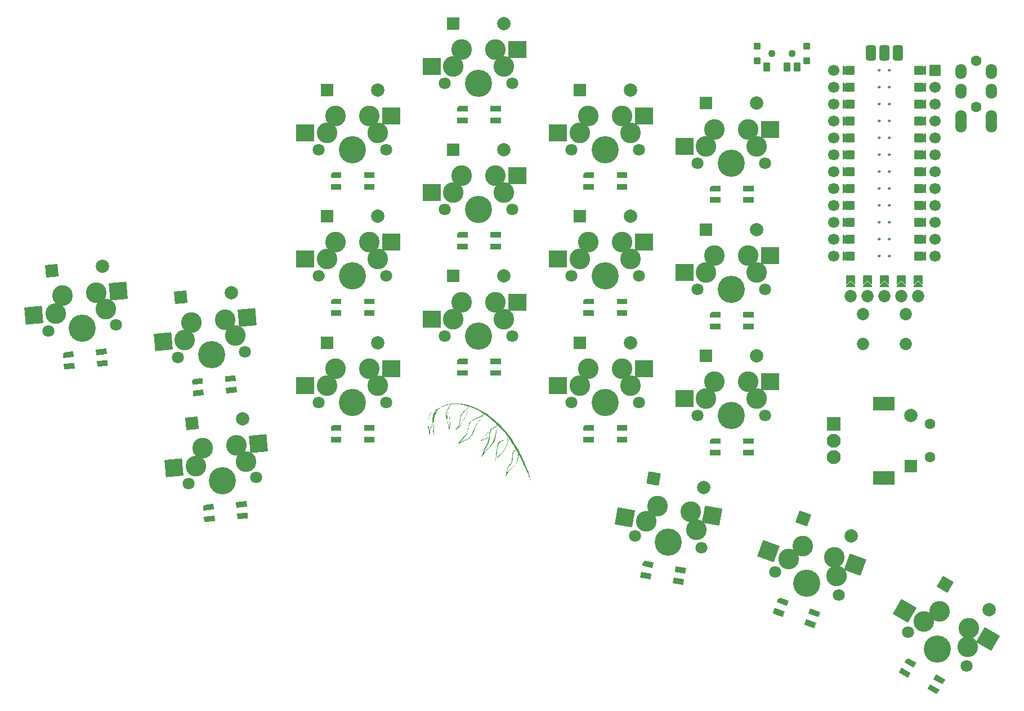
<source format=gbr>
%TF.GenerationSoftware,KiCad,Pcbnew,7.0.6-0*%
%TF.CreationDate,2023-08-12T20:04:25+02:00*%
%TF.ProjectId,jwe,6a77652e-6b69-4636-9164-5f7063625858,v1.0.0*%
%TF.SameCoordinates,Original*%
%TF.FileFunction,Soldermask,Bot*%
%TF.FilePolarity,Negative*%
%FSLAX46Y46*%
G04 Gerber Fmt 4.6, Leading zero omitted, Abs format (unit mm)*
G04 Created by KiCad (PCBNEW 7.0.6-0) date 2023-08-12 20:04:25*
%MOMM*%
%LPD*%
G01*
G04 APERTURE LIST*
G04 Aperture macros list*
%AMRoundRect*
0 Rectangle with rounded corners*
0 $1 Rounding radius*
0 $2 $3 $4 $5 $6 $7 $8 $9 X,Y pos of 4 corners*
0 Add a 4 corners polygon primitive as box body*
4,1,4,$2,$3,$4,$5,$6,$7,$8,$9,$2,$3,0*
0 Add four circle primitives for the rounded corners*
1,1,$1+$1,$2,$3*
1,1,$1+$1,$4,$5*
1,1,$1+$1,$6,$7*
1,1,$1+$1,$8,$9*
0 Add four rect primitives between the rounded corners*
20,1,$1+$1,$2,$3,$4,$5,0*
20,1,$1+$1,$4,$5,$6,$7,0*
20,1,$1+$1,$6,$7,$8,$9,0*
20,1,$1+$1,$8,$9,$2,$3,0*%
%AMFreePoly0*
4,1,16,0.635355,1.035355,0.650000,1.000000,0.650000,-0.250000,0.635355,-0.285355,0.600000,-0.300000,-0.600000,-0.300000,-0.635355,-0.285355,-0.650000,-0.250000,-0.650000,1.000000,-0.635355,1.035355,-0.600000,1.050000,-0.564645,1.035355,0.000000,0.470710,0.564645,1.035355,0.600000,1.050000,0.635355,1.035355,0.635355,1.035355,$1*%
%AMFreePoly1*
4,1,14,0.635355,0.435355,0.650000,0.400000,0.650000,0.200000,0.635355,0.164645,0.035355,-0.435355,0.000000,-0.450000,-0.035355,-0.435355,-0.635355,0.164645,-0.650000,0.200000,-0.650000,0.400000,-0.635355,0.435355,-0.600000,0.450000,0.600000,0.450000,0.635355,0.435355,0.635355,0.435355,$1*%
G04 Aperture macros list end*
%ADD10C,0.100000*%
%ADD11C,0.250000*%
%ADD12RoundRect,0.050000X-0.450000X-0.625000X0.450000X-0.625000X0.450000X0.625000X-0.450000X0.625000X0*%
%ADD13RoundRect,0.050000X-0.450000X-0.450000X0.450000X-0.450000X0.450000X0.450000X-0.450000X0.450000X0*%
%ADD14C,1.100000*%
%ADD15C,1.852600*%
%ADD16C,2.005000*%
%ADD17RoundRect,0.050000X-1.029867X-0.721121X0.721121X-1.029867X1.029867X0.721121X-0.721121X1.029867X0*%
%ADD18RoundRect,0.050000X-1.275000X-1.250000X1.275000X-1.250000X1.275000X1.250000X-1.275000X1.250000X0*%
%ADD19C,1.801800*%
%ADD20C,3.100000*%
%ADD21C,4.087800*%
%ADD22RoundRect,0.050000X-0.889000X-0.889000X0.889000X-0.889000X0.889000X0.889000X-0.889000X0.889000X0*%
%ADD23RoundRect,0.050000X-0.808136X-0.963099X0.963099X-0.808136X0.808136X0.963099X-0.963099X0.808136X0*%
%ADD24RoundRect,0.050000X-1.472690X-1.009608X1.038570X-1.452411X1.472690X1.009608X-1.038570X1.452411X0*%
%ADD25RoundRect,0.050000X-1.161204X-1.356367X1.379093X-1.134120X1.161204X1.356367X-1.379093X1.134120X0*%
%ADD26RoundRect,0.050000X-1.729182X-0.445032X0.479182X-1.720032X1.729182X0.445032X-0.479182X1.720032X0*%
%ADD27RoundRect,0.425000X-0.375000X-0.750000X0.375000X-0.750000X0.375000X0.750000X-0.375000X0.750000X0*%
%ADD28C,2.100000*%
%ADD29RoundRect,0.050000X-1.000000X-1.000000X1.000000X-1.000000X1.000000X1.000000X-1.000000X1.000000X0*%
%ADD30C,1.600000*%
%ADD31RoundRect,0.050000X-1.600000X-1.000000X1.600000X-1.000000X1.600000X1.000000X-1.600000X1.000000X0*%
%ADD32RoundRect,0.050000X-1.139443X-0.531331X0.531331X-1.139443X1.139443X0.531331X-0.531331X1.139443X0*%
%ADD33RoundRect,0.050000X0.889000X-0.889000X0.889000X0.889000X-0.889000X0.889000X-0.889000X-0.889000X0*%
%ADD34O,1.700000X2.300000*%
%ADD35FreePoly0,180.000000*%
%ADD36FreePoly1,180.000000*%
%ADD37RoundRect,0.050000X-1.625633X-0.738540X0.770583X-1.610691X1.625633X0.738540X-0.770583X1.610691X0*%
%ADD38RoundRect,0.050000X-1.214397X-0.325397X0.325397X-1.214397X1.214397X0.325397X-0.325397X1.214397X0*%
%ADD39FreePoly0,270.000000*%
%ADD40FreePoly0,90.000000*%
%ADD41C,1.700000*%
%ADD42FreePoly1,90.000000*%
%ADD43FreePoly1,270.000000*%
%ADD44RoundRect,0.050000X-0.800000X0.800000X-0.800000X-0.800000X0.800000X-0.800000X0.800000X0.800000X0*%
G04 APERTURE END LIST*
%TO.C,L9*%
D10*
X162583318Y-199429614D02*
X162453082Y-200168220D01*
X160975871Y-199907748D01*
X161062695Y-199415344D01*
X161352309Y-199212554D01*
X162583318Y-199429614D01*
G36*
X162583318Y-199429614D02*
G01*
X162453082Y-200168220D01*
X160975871Y-199907748D01*
X161062695Y-199415344D01*
X161352309Y-199212554D01*
X162583318Y-199429614D01*
G37*
X162279434Y-201153028D02*
X162149198Y-201891634D01*
X160671986Y-201631161D01*
X160802223Y-200892556D01*
X162279434Y-201153028D01*
G36*
X162279434Y-201153028D02*
G01*
X162149198Y-201891634D01*
X160671986Y-201631161D01*
X160802223Y-200892556D01*
X162279434Y-201153028D01*
G37*
X167507357Y-200297855D02*
X167377121Y-201036461D01*
X165899909Y-200775989D01*
X166030146Y-200037383D01*
X167507357Y-200297855D01*
G36*
X167507357Y-200297855D02*
G01*
X167377121Y-201036461D01*
X165899909Y-200775989D01*
X166030146Y-200037383D01*
X167507357Y-200297855D01*
G37*
X167203473Y-202021269D02*
X167073237Y-202759874D01*
X165596025Y-202499402D01*
X165726261Y-201760796D01*
X167203473Y-202021269D01*
G36*
X167203473Y-202021269D02*
G01*
X167073237Y-202759874D01*
X165596025Y-202499402D01*
X165726261Y-201760796D01*
X167203473Y-202021269D01*
G37*
X94809093Y-172492828D02*
X93314801Y-172623561D01*
X93271223Y-172125464D01*
X93498483Y-171854626D01*
X94743726Y-171745682D01*
X94809093Y-172492828D01*
G36*
X94809093Y-172492828D02*
G01*
X93314801Y-172623561D01*
X93271223Y-172125464D01*
X93498483Y-171854626D01*
X94743726Y-171745682D01*
X94809093Y-172492828D01*
G37*
X94961615Y-174236168D02*
X93467323Y-174366902D01*
X93401957Y-173619756D01*
X94896249Y-173489022D01*
X94961615Y-174236168D01*
G36*
X94961615Y-174236168D02*
G01*
X93467323Y-174366902D01*
X93401957Y-173619756D01*
X94896249Y-173489022D01*
X94961615Y-174236168D01*
G37*
X99790066Y-172057049D02*
X98295774Y-172187783D01*
X98230407Y-171440637D01*
X99724700Y-171309903D01*
X99790066Y-172057049D01*
G36*
X99790066Y-172057049D02*
G01*
X98295774Y-172187783D01*
X98230407Y-171440637D01*
X99724700Y-171309903D01*
X99790066Y-172057049D01*
G37*
X99942589Y-173800390D02*
X98448297Y-173931123D01*
X98382930Y-173183977D01*
X99877222Y-173053244D01*
X99942589Y-173800390D01*
G36*
X99942589Y-173800390D02*
G01*
X98448297Y-173931123D01*
X98382930Y-173183977D01*
X99877222Y-173053244D01*
X99942589Y-173800390D01*
G37*
X96465048Y-191420520D02*
X94970756Y-191551253D01*
X94927178Y-191053156D01*
X95154438Y-190782318D01*
X96399681Y-190673374D01*
X96465048Y-191420520D01*
G36*
X96465048Y-191420520D02*
G01*
X94970756Y-191551253D01*
X94927178Y-191053156D01*
X95154438Y-190782318D01*
X96399681Y-190673374D01*
X96465048Y-191420520D01*
G37*
X96617570Y-193163860D02*
X95123278Y-193294594D01*
X95057912Y-192547448D01*
X96552204Y-192416714D01*
X96617570Y-193163860D01*
G36*
X96617570Y-193163860D02*
G01*
X95123278Y-193294594D01*
X95057912Y-192547448D01*
X96552204Y-192416714D01*
X96617570Y-193163860D01*
G37*
X101446021Y-190984741D02*
X99951729Y-191115475D01*
X99886362Y-190368329D01*
X101380655Y-190237595D01*
X101446021Y-190984741D01*
G36*
X101446021Y-190984741D02*
G01*
X99951729Y-191115475D01*
X99886362Y-190368329D01*
X101380655Y-190237595D01*
X101446021Y-190984741D01*
G37*
X101598544Y-192728082D02*
X100104252Y-192858815D01*
X100038885Y-192111669D01*
X101533177Y-191980936D01*
X101598544Y-192728082D01*
G36*
X101598544Y-192728082D02*
G01*
X100104252Y-192858815D01*
X100038885Y-192111669D01*
X101533177Y-191980936D01*
X101598544Y-192728082D01*
G37*
X153647134Y-160535151D02*
X152147134Y-160535151D01*
X152147134Y-160035151D01*
X152397134Y-159785151D01*
X153647134Y-159785151D01*
X153647134Y-160535151D01*
G36*
X153647134Y-160535151D02*
G01*
X152147134Y-160535151D01*
X152147134Y-160035151D01*
X152397134Y-159785151D01*
X153647134Y-159785151D01*
X153647134Y-160535151D01*
G37*
X153647134Y-162285151D02*
X152147134Y-162285151D01*
X152147134Y-161535151D01*
X153647134Y-161535151D01*
X153647134Y-162285151D01*
G36*
X153647134Y-162285151D02*
G01*
X152147134Y-162285151D01*
X152147134Y-161535151D01*
X153647134Y-161535151D01*
X153647134Y-162285151D01*
G37*
X158647134Y-160535151D02*
X157147134Y-160535151D01*
X157147134Y-159785151D01*
X158647134Y-159785151D01*
X158647134Y-160535151D01*
G36*
X158647134Y-160535151D02*
G01*
X157147134Y-160535151D01*
X157147134Y-159785151D01*
X158647134Y-159785151D01*
X158647134Y-160535151D01*
G37*
X158647134Y-162285151D02*
X157147134Y-162285151D01*
X157147134Y-161535151D01*
X158647134Y-161535151D01*
X158647134Y-162285151D01*
G36*
X158647134Y-162285151D02*
G01*
X157147134Y-162285151D01*
X157147134Y-161535151D01*
X158647134Y-161535151D01*
X158647134Y-162285151D01*
G37*
X134647127Y-169535153D02*
X133147127Y-169535153D01*
X133147127Y-169035153D01*
X133397127Y-168785153D01*
X134647127Y-168785153D01*
X134647127Y-169535153D01*
G36*
X134647127Y-169535153D02*
G01*
X133147127Y-169535153D01*
X133147127Y-169035153D01*
X133397127Y-168785153D01*
X134647127Y-168785153D01*
X134647127Y-169535153D01*
G37*
X134647127Y-171285153D02*
X133147127Y-171285153D01*
X133147127Y-170535153D01*
X134647127Y-170535153D01*
X134647127Y-171285153D01*
G36*
X134647127Y-171285153D02*
G01*
X133147127Y-171285153D01*
X133147127Y-170535153D01*
X134647127Y-170535153D01*
X134647127Y-171285153D01*
G37*
X139647127Y-169535153D02*
X138147127Y-169535153D01*
X138147127Y-168785153D01*
X139647127Y-168785153D01*
X139647127Y-169535153D01*
G36*
X139647127Y-169535153D02*
G01*
X138147127Y-169535153D01*
X138147127Y-168785153D01*
X139647127Y-168785153D01*
X139647127Y-169535153D01*
G37*
X139647127Y-171285153D02*
X138147127Y-171285153D01*
X138147127Y-170535153D01*
X139647127Y-170535153D01*
X139647127Y-171285153D01*
G36*
X139647127Y-171285153D02*
G01*
X138147127Y-171285153D01*
X138147127Y-170535153D01*
X139647127Y-170535153D01*
X139647127Y-171285153D01*
G37*
X202126261Y-214533425D02*
X201751261Y-215182944D01*
X200452222Y-214432944D01*
X200702222Y-213999931D01*
X201043729Y-213908425D01*
X202126261Y-214533425D01*
G36*
X202126261Y-214533425D02*
G01*
X201751261Y-215182944D01*
X200452222Y-214432944D01*
X200702222Y-213999931D01*
X201043729Y-213908425D01*
X202126261Y-214533425D01*
G37*
X201251261Y-216048969D02*
X200876261Y-216698488D01*
X199577222Y-215948488D01*
X199952222Y-215298969D01*
X201251261Y-216048969D01*
G36*
X201251261Y-216048969D02*
G01*
X200876261Y-216698488D01*
X199577222Y-215948488D01*
X199952222Y-215298969D01*
X201251261Y-216048969D01*
G37*
X206456388Y-217033425D02*
X206081388Y-217682944D01*
X204782349Y-216932944D01*
X205157349Y-216283425D01*
X206456388Y-217033425D01*
G36*
X206456388Y-217033425D02*
G01*
X206081388Y-217682944D01*
X204782349Y-216932944D01*
X205157349Y-216283425D01*
X206456388Y-217033425D01*
G37*
X205581388Y-218548969D02*
X205206388Y-219198488D01*
X203907349Y-218448488D01*
X204282349Y-217798969D01*
X205581388Y-218548969D01*
G36*
X205581388Y-218548969D02*
G01*
X205206388Y-219198488D01*
X203907349Y-218448488D01*
X204282349Y-217798969D01*
X205581388Y-218548969D01*
G37*
X172647130Y-143535152D02*
X171147130Y-143535152D01*
X171147130Y-143035152D01*
X171397130Y-142785152D01*
X172647130Y-142785152D01*
X172647130Y-143535152D01*
G36*
X172647130Y-143535152D02*
G01*
X171147130Y-143535152D01*
X171147130Y-143035152D01*
X171397130Y-142785152D01*
X172647130Y-142785152D01*
X172647130Y-143535152D01*
G37*
X172647130Y-145285152D02*
X171147130Y-145285152D01*
X171147130Y-144535152D01*
X172647130Y-144535152D01*
X172647130Y-145285152D01*
G36*
X172647130Y-145285152D02*
G01*
X171147130Y-145285152D01*
X171147130Y-144535152D01*
X172647130Y-144535152D01*
X172647130Y-145285152D01*
G37*
X177647130Y-143535152D02*
X176147130Y-143535152D01*
X176147130Y-142785152D01*
X177647130Y-142785152D01*
X177647130Y-143535152D01*
G36*
X177647130Y-143535152D02*
G01*
X176147130Y-143535152D01*
X176147130Y-142785152D01*
X177647130Y-142785152D01*
X177647130Y-143535152D01*
G37*
X177647130Y-145285152D02*
X176147130Y-145285152D01*
X176147130Y-144535152D01*
X177647130Y-144535152D01*
X177647130Y-145285152D01*
G36*
X177647130Y-145285152D02*
G01*
X176147130Y-145285152D01*
X176147130Y-144535152D01*
X177647130Y-144535152D01*
X177647130Y-145285152D01*
G37*
X134647128Y-131535158D02*
X133147128Y-131535158D01*
X133147128Y-131035158D01*
X133397128Y-130785158D01*
X134647128Y-130785158D01*
X134647128Y-131535158D01*
G36*
X134647128Y-131535158D02*
G01*
X133147128Y-131535158D01*
X133147128Y-131035158D01*
X133397128Y-130785158D01*
X134647128Y-130785158D01*
X134647128Y-131535158D01*
G37*
X134647128Y-133285158D02*
X133147128Y-133285158D01*
X133147128Y-132535158D01*
X134647128Y-132535158D01*
X134647128Y-133285158D01*
G36*
X134647128Y-133285158D02*
G01*
X133147128Y-133285158D01*
X133147128Y-132535158D01*
X134647128Y-132535158D01*
X134647128Y-133285158D01*
G37*
X139647128Y-131535158D02*
X138147128Y-131535158D01*
X138147128Y-130785158D01*
X139647128Y-130785158D01*
X139647128Y-131535158D01*
G36*
X139647128Y-131535158D02*
G01*
X138147128Y-131535158D01*
X138147128Y-130785158D01*
X139647128Y-130785158D01*
X139647128Y-131535158D01*
G37*
X139647128Y-133285158D02*
X138147128Y-133285158D01*
X138147128Y-132535158D01*
X139647128Y-132535158D01*
X139647128Y-133285158D01*
G36*
X139647128Y-133285158D02*
G01*
X138147128Y-133285158D01*
X138147128Y-132535158D01*
X139647128Y-132535158D01*
X139647128Y-133285158D01*
G37*
X172647129Y-181535150D02*
X171147129Y-181535150D01*
X171147129Y-181035150D01*
X171397129Y-180785150D01*
X172647129Y-180785150D01*
X172647129Y-181535150D01*
G36*
X172647129Y-181535150D02*
G01*
X171147129Y-181535150D01*
X171147129Y-181035150D01*
X171397129Y-180785150D01*
X172647129Y-180785150D01*
X172647129Y-181535150D01*
G37*
X172647129Y-183285150D02*
X171147129Y-183285150D01*
X171147129Y-182535150D01*
X172647129Y-182535150D01*
X172647129Y-183285150D01*
G36*
X172647129Y-183285150D02*
G01*
X171147129Y-183285150D01*
X171147129Y-182535150D01*
X172647129Y-182535150D01*
X172647129Y-183285150D01*
G37*
X177647129Y-181535150D02*
X176147129Y-181535150D01*
X176147129Y-180785150D01*
X177647129Y-180785150D01*
X177647129Y-181535150D01*
G36*
X177647129Y-181535150D02*
G01*
X176147129Y-181535150D01*
X176147129Y-180785150D01*
X177647129Y-180785150D01*
X177647129Y-181535150D01*
G37*
X177647129Y-183285150D02*
X176147129Y-183285150D01*
X176147129Y-182535150D01*
X177647129Y-182535150D01*
X177647129Y-183285150D01*
G36*
X177647129Y-183285150D02*
G01*
X176147129Y-183285150D01*
X176147129Y-182535150D01*
X177647129Y-182535150D01*
X177647129Y-183285150D01*
G37*
X75384615Y-168470473D02*
X73890323Y-168601206D01*
X73846745Y-168103109D01*
X74074005Y-167832271D01*
X75319248Y-167723327D01*
X75384615Y-168470473D01*
G36*
X75384615Y-168470473D02*
G01*
X73890323Y-168601206D01*
X73846745Y-168103109D01*
X74074005Y-167832271D01*
X75319248Y-167723327D01*
X75384615Y-168470473D01*
G37*
X75537137Y-170213813D02*
X74042845Y-170344547D01*
X73977479Y-169597401D01*
X75471771Y-169466667D01*
X75537137Y-170213813D01*
G36*
X75537137Y-170213813D02*
G01*
X74042845Y-170344547D01*
X73977479Y-169597401D01*
X75471771Y-169466667D01*
X75537137Y-170213813D01*
G37*
X80365588Y-168034694D02*
X78871296Y-168165428D01*
X78805929Y-167418282D01*
X80300222Y-167287548D01*
X80365588Y-168034694D01*
G36*
X80365588Y-168034694D02*
G01*
X78871296Y-168165428D01*
X78805929Y-167418282D01*
X80300222Y-167287548D01*
X80365588Y-168034694D01*
G37*
X80518111Y-169778035D02*
X79023819Y-169908768D01*
X78958452Y-169161622D01*
X80452744Y-169030889D01*
X80518111Y-169778035D01*
G36*
X80518111Y-169778035D02*
G01*
X79023819Y-169908768D01*
X78958452Y-169161622D01*
X80452744Y-169030889D01*
X80518111Y-169778035D01*
G37*
X172647137Y-162535155D02*
X171147137Y-162535155D01*
X171147137Y-162035155D01*
X171397137Y-161785155D01*
X172647137Y-161785155D01*
X172647137Y-162535155D01*
G36*
X172647137Y-162535155D02*
G01*
X171147137Y-162535155D01*
X171147137Y-162035155D01*
X171397137Y-161785155D01*
X172647137Y-161785155D01*
X172647137Y-162535155D01*
G37*
X172647137Y-164285155D02*
X171147137Y-164285155D01*
X171147137Y-163535155D01*
X172647137Y-163535155D01*
X172647137Y-164285155D01*
G36*
X172647137Y-164285155D02*
G01*
X171147137Y-164285155D01*
X171147137Y-163535155D01*
X172647137Y-163535155D01*
X172647137Y-164285155D01*
G37*
X177647137Y-162535155D02*
X176147137Y-162535155D01*
X176147137Y-161785155D01*
X177647137Y-161785155D01*
X177647137Y-162535155D01*
G36*
X177647137Y-162535155D02*
G01*
X176147137Y-162535155D01*
X176147137Y-161785155D01*
X177647137Y-161785155D01*
X177647137Y-162535155D01*
G37*
X177647137Y-164285155D02*
X176147137Y-164285155D01*
X176147137Y-163535155D01*
X177647137Y-163535155D01*
X177647137Y-164285155D01*
G36*
X177647137Y-164285155D02*
G01*
X176147137Y-164285155D01*
X176147137Y-163535155D01*
X177647137Y-163535155D01*
X177647137Y-164285155D01*
G37*
X153647133Y-179535154D02*
X152147133Y-179535154D01*
X152147133Y-179035154D01*
X152397133Y-178785154D01*
X153647133Y-178785154D01*
X153647133Y-179535154D01*
G36*
X153647133Y-179535154D02*
G01*
X152147133Y-179535154D01*
X152147133Y-179035154D01*
X152397133Y-178785154D01*
X153647133Y-178785154D01*
X153647133Y-179535154D01*
G37*
X153647133Y-181285154D02*
X152147133Y-181285154D01*
X152147133Y-180535154D01*
X153647133Y-180535154D01*
X153647133Y-181285154D01*
G36*
X153647133Y-181285154D02*
G01*
X152147133Y-181285154D01*
X152147133Y-180535154D01*
X153647133Y-180535154D01*
X153647133Y-181285154D01*
G37*
X158647133Y-179535154D02*
X157147133Y-179535154D01*
X157147133Y-178785154D01*
X158647133Y-178785154D01*
X158647133Y-179535154D01*
G36*
X158647133Y-179535154D02*
G01*
X157147133Y-179535154D01*
X157147133Y-178785154D01*
X158647133Y-178785154D01*
X158647133Y-179535154D01*
G37*
X158647133Y-181285154D02*
X157147133Y-181285154D01*
X157147133Y-180535154D01*
X158647133Y-180535154D01*
X158647133Y-181285154D01*
G36*
X158647133Y-181285154D02*
G01*
X157147133Y-181285154D01*
X157147133Y-180535154D01*
X158647133Y-180535154D01*
X158647133Y-181285154D01*
G37*
X115647125Y-141535154D02*
X114147125Y-141535154D01*
X114147125Y-141035154D01*
X114397125Y-140785154D01*
X115647125Y-140785154D01*
X115647125Y-141535154D01*
G36*
X115647125Y-141535154D02*
G01*
X114147125Y-141535154D01*
X114147125Y-141035154D01*
X114397125Y-140785154D01*
X115647125Y-140785154D01*
X115647125Y-141535154D01*
G37*
X115647125Y-143285154D02*
X114147125Y-143285154D01*
X114147125Y-142535154D01*
X115647125Y-142535154D01*
X115647125Y-143285154D01*
G36*
X115647125Y-143285154D02*
G01*
X114147125Y-143285154D01*
X114147125Y-142535154D01*
X115647125Y-142535154D01*
X115647125Y-143285154D01*
G37*
X120647125Y-141535154D02*
X119147125Y-141535154D01*
X119147125Y-140785154D01*
X120647125Y-140785154D01*
X120647125Y-141535154D01*
G36*
X120647125Y-141535154D02*
G01*
X119147125Y-141535154D01*
X119147125Y-140785154D01*
X120647125Y-140785154D01*
X120647125Y-141535154D01*
G37*
X120647125Y-143285154D02*
X119147125Y-143285154D01*
X119147125Y-142535154D01*
X120647125Y-142535154D01*
X120647125Y-143285154D01*
G36*
X120647125Y-143285154D02*
G01*
X119147125Y-143285154D01*
X119147125Y-142535154D01*
X120647125Y-142535154D01*
X120647125Y-143285154D01*
G37*
X153647134Y-141535157D02*
X152147134Y-141535157D01*
X152147134Y-141035157D01*
X152397134Y-140785157D01*
X153647134Y-140785157D01*
X153647134Y-141535157D01*
G36*
X153647134Y-141535157D02*
G01*
X152147134Y-141535157D01*
X152147134Y-141035157D01*
X152397134Y-140785157D01*
X153647134Y-140785157D01*
X153647134Y-141535157D01*
G37*
X153647134Y-143285157D02*
X152147134Y-143285157D01*
X152147134Y-142535157D01*
X153647134Y-142535157D01*
X153647134Y-143285157D01*
G36*
X153647134Y-143285157D02*
G01*
X152147134Y-143285157D01*
X152147134Y-142535157D01*
X153647134Y-142535157D01*
X153647134Y-143285157D01*
G37*
X158647134Y-141535157D02*
X157147134Y-141535157D01*
X157147134Y-140785157D01*
X158647134Y-140785157D01*
X158647134Y-141535157D01*
G36*
X158647134Y-141535157D02*
G01*
X157147134Y-141535157D01*
X157147134Y-140785157D01*
X158647134Y-140785157D01*
X158647134Y-141535157D01*
G37*
X158647134Y-143285157D02*
X157147134Y-143285157D01*
X157147134Y-142535157D01*
X158647134Y-142535157D01*
X158647134Y-143285157D01*
G36*
X158647134Y-143285157D02*
G01*
X157147134Y-143285157D01*
X157147134Y-142535157D01*
X158647134Y-142535157D01*
X158647134Y-143285157D01*
G37*
X134647136Y-150535148D02*
X133147136Y-150535148D01*
X133147136Y-150035148D01*
X133397136Y-149785148D01*
X134647136Y-149785148D01*
X134647136Y-150535148D01*
G36*
X134647136Y-150535148D02*
G01*
X133147136Y-150535148D01*
X133147136Y-150035148D01*
X133397136Y-149785148D01*
X134647136Y-149785148D01*
X134647136Y-150535148D01*
G37*
X134647136Y-152285148D02*
X133147136Y-152285148D01*
X133147136Y-151535148D01*
X134647136Y-151535148D01*
X134647136Y-152285148D01*
G36*
X134647136Y-152285148D02*
G01*
X133147136Y-152285148D01*
X133147136Y-151535148D01*
X134647136Y-151535148D01*
X134647136Y-152285148D01*
G37*
X139647136Y-150535148D02*
X138147136Y-150535148D01*
X138147136Y-149785148D01*
X139647136Y-149785148D01*
X139647136Y-150535148D01*
G36*
X139647136Y-150535148D02*
G01*
X138147136Y-150535148D01*
X138147136Y-149785148D01*
X139647136Y-149785148D01*
X139647136Y-150535148D01*
G37*
X139647136Y-152285148D02*
X138147136Y-152285148D01*
X138147136Y-151535148D01*
X139647136Y-151535148D01*
X139647136Y-152285148D01*
G36*
X139647136Y-152285148D02*
G01*
X138147136Y-152285148D01*
X138147136Y-151535148D01*
X139647136Y-151535148D01*
X139647136Y-152285148D01*
G37*
X115647140Y-179535150D02*
X114147140Y-179535150D01*
X114147140Y-179035150D01*
X114397140Y-178785150D01*
X115647140Y-178785150D01*
X115647140Y-179535150D01*
G36*
X115647140Y-179535150D02*
G01*
X114147140Y-179535150D01*
X114147140Y-179035150D01*
X114397140Y-178785150D01*
X115647140Y-178785150D01*
X115647140Y-179535150D01*
G37*
X115647140Y-181285150D02*
X114147140Y-181285150D01*
X114147140Y-180535150D01*
X115647140Y-180535150D01*
X115647140Y-181285150D01*
G36*
X115647140Y-181285150D02*
G01*
X114147140Y-181285150D01*
X114147140Y-180535150D01*
X115647140Y-180535150D01*
X115647140Y-181285150D01*
G37*
X120647140Y-179535150D02*
X119147140Y-179535150D01*
X119147140Y-178785150D01*
X120647140Y-178785150D01*
X120647140Y-179535150D01*
G36*
X120647140Y-179535150D02*
G01*
X119147140Y-179535150D01*
X119147140Y-178785150D01*
X120647140Y-178785150D01*
X120647140Y-179535150D01*
G37*
X120647140Y-181285150D02*
X119147140Y-181285150D01*
X119147140Y-180535150D01*
X120647140Y-180535150D01*
X120647140Y-181285150D01*
G36*
X120647140Y-181285150D02*
G01*
X119147140Y-181285150D01*
X119147140Y-180535150D01*
X120647140Y-180535150D01*
X120647140Y-181285150D01*
G37*
X182936187Y-205186334D02*
X182679672Y-205891103D01*
X181270133Y-205378073D01*
X181441143Y-204908227D01*
X181761571Y-204758809D01*
X182936187Y-205186334D01*
G36*
X182936187Y-205186334D02*
G01*
X182679672Y-205891103D01*
X181270133Y-205378073D01*
X181441143Y-204908227D01*
X181761571Y-204758809D01*
X182936187Y-205186334D01*
G37*
X182337652Y-206830796D02*
X182081137Y-207535565D01*
X180671598Y-207022535D01*
X180928113Y-206317766D01*
X182337652Y-206830796D01*
G36*
X182337652Y-206830796D02*
G01*
X182081137Y-207535565D01*
X180671598Y-207022535D01*
X180928113Y-206317766D01*
X182337652Y-206830796D01*
G37*
X187634650Y-206896434D02*
X187378135Y-207601204D01*
X185968596Y-207088174D01*
X186225111Y-206383404D01*
X187634650Y-206896434D01*
G36*
X187634650Y-206896434D02*
G01*
X187378135Y-207601204D01*
X185968596Y-207088174D01*
X186225111Y-206383404D01*
X187634650Y-206896434D01*
G37*
X187036115Y-208540897D02*
X186779600Y-209245666D01*
X185370061Y-208732636D01*
X185626576Y-208027866D01*
X187036115Y-208540897D01*
G36*
X187036115Y-208540897D02*
G01*
X186779600Y-209245666D01*
X185370061Y-208732636D01*
X185626576Y-208027866D01*
X187036115Y-208540897D01*
G37*
%TO.C,_1*%
X203493138Y-153863152D02*
X202477138Y-153863152D01*
X202477138Y-152847152D01*
X203493138Y-152847152D01*
X203493138Y-153863152D01*
G36*
X203493138Y-153863152D02*
G01*
X202477138Y-153863152D01*
X202477138Y-152847152D01*
X203493138Y-152847152D01*
X203493138Y-153863152D01*
G37*
X192317138Y-153863152D02*
X191301138Y-153863152D01*
X191301138Y-152847152D01*
X192317138Y-152847152D01*
X192317138Y-153863152D01*
G36*
X192317138Y-153863152D02*
G01*
X191301138Y-153863152D01*
X191301138Y-152847152D01*
X192317138Y-152847152D01*
X192317138Y-153863152D01*
G37*
X203493138Y-151323152D02*
X202477138Y-151323152D01*
X202477138Y-150307152D01*
X203493138Y-150307152D01*
X203493138Y-151323152D01*
G36*
X203493138Y-151323152D02*
G01*
X202477138Y-151323152D01*
X202477138Y-150307152D01*
X203493138Y-150307152D01*
X203493138Y-151323152D01*
G37*
X192317138Y-151323152D02*
X191301138Y-151323152D01*
X191301138Y-150307152D01*
X192317138Y-150307152D01*
X192317138Y-151323152D01*
G36*
X192317138Y-151323152D02*
G01*
X191301138Y-151323152D01*
X191301138Y-150307152D01*
X192317138Y-150307152D01*
X192317138Y-151323152D01*
G37*
X203493138Y-148783152D02*
X202477138Y-148783152D01*
X202477138Y-147767152D01*
X203493138Y-147767152D01*
X203493138Y-148783152D01*
G36*
X203493138Y-148783152D02*
G01*
X202477138Y-148783152D01*
X202477138Y-147767152D01*
X203493138Y-147767152D01*
X203493138Y-148783152D01*
G37*
X192317138Y-148783152D02*
X191301138Y-148783152D01*
X191301138Y-147767152D01*
X192317138Y-147767152D01*
X192317138Y-148783152D01*
G36*
X192317138Y-148783152D02*
G01*
X191301138Y-148783152D01*
X191301138Y-147767152D01*
X192317138Y-147767152D01*
X192317138Y-148783152D01*
G37*
X203493138Y-146243152D02*
X202477138Y-146243152D01*
X202477138Y-145227152D01*
X203493138Y-145227152D01*
X203493138Y-146243152D01*
G36*
X203493138Y-146243152D02*
G01*
X202477138Y-146243152D01*
X202477138Y-145227152D01*
X203493138Y-145227152D01*
X203493138Y-146243152D01*
G37*
X192317138Y-146243152D02*
X191301138Y-146243152D01*
X191301138Y-145227152D01*
X192317138Y-145227152D01*
X192317138Y-146243152D01*
G36*
X192317138Y-146243152D02*
G01*
X191301138Y-146243152D01*
X191301138Y-145227152D01*
X192317138Y-145227152D01*
X192317138Y-146243152D01*
G37*
X203493138Y-143703152D02*
X202477138Y-143703152D01*
X202477138Y-142687152D01*
X203493138Y-142687152D01*
X203493138Y-143703152D01*
G36*
X203493138Y-143703152D02*
G01*
X202477138Y-143703152D01*
X202477138Y-142687152D01*
X203493138Y-142687152D01*
X203493138Y-143703152D01*
G37*
X192317138Y-143703152D02*
X191301138Y-143703152D01*
X191301138Y-142687152D01*
X192317138Y-142687152D01*
X192317138Y-143703152D01*
G36*
X192317138Y-143703152D02*
G01*
X191301138Y-143703152D01*
X191301138Y-142687152D01*
X192317138Y-142687152D01*
X192317138Y-143703152D01*
G37*
X203493138Y-141163152D02*
X202477138Y-141163152D01*
X202477138Y-140147152D01*
X203493138Y-140147152D01*
X203493138Y-141163152D01*
G36*
X203493138Y-141163152D02*
G01*
X202477138Y-141163152D01*
X202477138Y-140147152D01*
X203493138Y-140147152D01*
X203493138Y-141163152D01*
G37*
X192317138Y-141163152D02*
X191301138Y-141163152D01*
X191301138Y-140147152D01*
X192317138Y-140147152D01*
X192317138Y-141163152D01*
G36*
X192317138Y-141163152D02*
G01*
X191301138Y-141163152D01*
X191301138Y-140147152D01*
X192317138Y-140147152D01*
X192317138Y-141163152D01*
G37*
X203493138Y-138623152D02*
X202477138Y-138623152D01*
X202477138Y-137607152D01*
X203493138Y-137607152D01*
X203493138Y-138623152D01*
G36*
X203493138Y-138623152D02*
G01*
X202477138Y-138623152D01*
X202477138Y-137607152D01*
X203493138Y-137607152D01*
X203493138Y-138623152D01*
G37*
X192317138Y-138623152D02*
X191301138Y-138623152D01*
X191301138Y-137607152D01*
X192317138Y-137607152D01*
X192317138Y-138623152D01*
G36*
X192317138Y-138623152D02*
G01*
X191301138Y-138623152D01*
X191301138Y-137607152D01*
X192317138Y-137607152D01*
X192317138Y-138623152D01*
G37*
X203493138Y-136083152D02*
X202477138Y-136083152D01*
X202477138Y-135067152D01*
X203493138Y-135067152D01*
X203493138Y-136083152D01*
G36*
X203493138Y-136083152D02*
G01*
X202477138Y-136083152D01*
X202477138Y-135067152D01*
X203493138Y-135067152D01*
X203493138Y-136083152D01*
G37*
X192317138Y-136083152D02*
X191301138Y-136083152D01*
X191301138Y-135067152D01*
X192317138Y-135067152D01*
X192317138Y-136083152D01*
G36*
X192317138Y-136083152D02*
G01*
X191301138Y-136083152D01*
X191301138Y-135067152D01*
X192317138Y-135067152D01*
X192317138Y-136083152D01*
G37*
X203493138Y-133543152D02*
X202477138Y-133543152D01*
X202477138Y-132527152D01*
X203493138Y-132527152D01*
X203493138Y-133543152D01*
G36*
X203493138Y-133543152D02*
G01*
X202477138Y-133543152D01*
X202477138Y-132527152D01*
X203493138Y-132527152D01*
X203493138Y-133543152D01*
G37*
X192317138Y-133543152D02*
X191301138Y-133543152D01*
X191301138Y-132527152D01*
X192317138Y-132527152D01*
X192317138Y-133543152D01*
G36*
X192317138Y-133543152D02*
G01*
X191301138Y-133543152D01*
X191301138Y-132527152D01*
X192317138Y-132527152D01*
X192317138Y-133543152D01*
G37*
X203493138Y-131003152D02*
X202477138Y-131003152D01*
X202477138Y-129987152D01*
X203493138Y-129987152D01*
X203493138Y-131003152D01*
G36*
X203493138Y-131003152D02*
G01*
X202477138Y-131003152D01*
X202477138Y-129987152D01*
X203493138Y-129987152D01*
X203493138Y-131003152D01*
G37*
X192317138Y-131003152D02*
X191301138Y-131003152D01*
X191301138Y-129987152D01*
X192317138Y-129987152D01*
X192317138Y-131003152D01*
G36*
X192317138Y-131003152D02*
G01*
X191301138Y-131003152D01*
X191301138Y-129987152D01*
X192317138Y-129987152D01*
X192317138Y-131003152D01*
G37*
X203493138Y-128463152D02*
X202477138Y-128463152D01*
X202477138Y-127447152D01*
X203493138Y-127447152D01*
X203493138Y-128463152D01*
G36*
X203493138Y-128463152D02*
G01*
X202477138Y-128463152D01*
X202477138Y-127447152D01*
X203493138Y-127447152D01*
X203493138Y-128463152D01*
G37*
X192317138Y-128463152D02*
X191301138Y-128463152D01*
X191301138Y-127447152D01*
X192317138Y-127447152D01*
X192317138Y-128463152D01*
G36*
X192317138Y-128463152D02*
G01*
X191301138Y-128463152D01*
X191301138Y-127447152D01*
X192317138Y-127447152D01*
X192317138Y-128463152D01*
G37*
X203493138Y-125923152D02*
X202477138Y-125923152D01*
X202477138Y-124907152D01*
X203493138Y-124907152D01*
X203493138Y-125923152D01*
G36*
X203493138Y-125923152D02*
G01*
X202477138Y-125923152D01*
X202477138Y-124907152D01*
X203493138Y-124907152D01*
X203493138Y-125923152D01*
G37*
X192317138Y-125923152D02*
X191301138Y-125923152D01*
X191301138Y-124907152D01*
X192317138Y-124907152D01*
X192317138Y-125923152D01*
G36*
X192317138Y-125923152D02*
G01*
X191301138Y-125923152D01*
X191301138Y-124907152D01*
X192317138Y-124907152D01*
X192317138Y-125923152D01*
G37*
D11*
X196760138Y-153355152D02*
G75*
G03*
X196760138Y-153355152I-125000J0D01*
G01*
X198284138Y-153355152D02*
G75*
G03*
X198284138Y-153355152I-125000J0D01*
G01*
X196760138Y-150815152D02*
G75*
G03*
X196760138Y-150815152I-125000J0D01*
G01*
X198284138Y-150815152D02*
G75*
G03*
X198284138Y-150815152I-125000J0D01*
G01*
X196760138Y-148275152D02*
G75*
G03*
X196760138Y-148275152I-125000J0D01*
G01*
X198284138Y-148275152D02*
G75*
G03*
X198284138Y-148275152I-125000J0D01*
G01*
X196760138Y-145735152D02*
G75*
G03*
X196760138Y-145735152I-125000J0D01*
G01*
X198284138Y-145735152D02*
G75*
G03*
X198284138Y-145735152I-125000J0D01*
G01*
X196760138Y-143195152D02*
G75*
G03*
X196760138Y-143195152I-125000J0D01*
G01*
X198284138Y-143195152D02*
G75*
G03*
X198284138Y-143195152I-125000J0D01*
G01*
X196760138Y-140655152D02*
G75*
G03*
X196760138Y-140655152I-125000J0D01*
G01*
X198284138Y-140655152D02*
G75*
G03*
X198284138Y-140655152I-125000J0D01*
G01*
X196760138Y-138115152D02*
G75*
G03*
X196760138Y-138115152I-125000J0D01*
G01*
X198284138Y-138115152D02*
G75*
G03*
X198284138Y-138115152I-125000J0D01*
G01*
X196760138Y-135575152D02*
G75*
G03*
X196760138Y-135575152I-125000J0D01*
G01*
X198284138Y-135575152D02*
G75*
G03*
X198284138Y-135575152I-125000J0D01*
G01*
X196760138Y-133035152D02*
G75*
G03*
X196760138Y-133035152I-125000J0D01*
G01*
X198284138Y-133035152D02*
G75*
G03*
X198284138Y-133035152I-125000J0D01*
G01*
X196760138Y-130495152D02*
G75*
G03*
X196760138Y-130495152I-125000J0D01*
G01*
X198284138Y-130495152D02*
G75*
G03*
X198284138Y-130495152I-125000J0D01*
G01*
X196760138Y-127955152D02*
G75*
G03*
X196760138Y-127955152I-125000J0D01*
G01*
X198284138Y-127955152D02*
G75*
G03*
X198284138Y-127955152I-125000J0D01*
G01*
X196760138Y-125415152D02*
G75*
G03*
X196760138Y-125415152I-125000J0D01*
G01*
X198284138Y-125415152D02*
G75*
G03*
X198284138Y-125415152I-125000J0D01*
G01*
%TO.C,L9*%
D10*
X115647138Y-160535149D02*
X114147138Y-160535149D01*
X114147138Y-160035149D01*
X114397138Y-159785149D01*
X115647138Y-159785149D01*
X115647138Y-160535149D01*
G36*
X115647138Y-160535149D02*
G01*
X114147138Y-160535149D01*
X114147138Y-160035149D01*
X114397138Y-159785149D01*
X115647138Y-159785149D01*
X115647138Y-160535149D01*
G37*
X115647138Y-162285149D02*
X114147138Y-162285149D01*
X114147138Y-161535149D01*
X115647138Y-161535149D01*
X115647138Y-162285149D01*
G36*
X115647138Y-162285149D02*
G01*
X114147138Y-162285149D01*
X114147138Y-161535149D01*
X115647138Y-161535149D01*
X115647138Y-162285149D01*
G37*
X120647138Y-160535149D02*
X119147138Y-160535149D01*
X119147138Y-159785149D01*
X120647138Y-159785149D01*
X120647138Y-160535149D01*
G36*
X120647138Y-160535149D02*
G01*
X119147138Y-160535149D01*
X119147138Y-159785149D01*
X120647138Y-159785149D01*
X120647138Y-160535149D01*
G37*
X120647138Y-162285149D02*
X119147138Y-162285149D01*
X119147138Y-161535149D01*
X120647138Y-161535149D01*
X120647138Y-162285149D01*
G36*
X120647138Y-162285149D02*
G01*
X119147138Y-162285149D01*
X119147138Y-161535149D01*
X120647138Y-161535149D01*
X120647138Y-162285149D01*
G37*
%TO.C,D20*%
G36*
X133032143Y-175540994D02*
G01*
X133215568Y-175543322D01*
X133387552Y-175547573D01*
X133540528Y-175553746D01*
X133666927Y-175561840D01*
X133759184Y-175571854D01*
X133810115Y-175579737D01*
X134246141Y-175661705D01*
X134695391Y-175770294D01*
X135146490Y-175901934D01*
X135588062Y-176053057D01*
X136008735Y-176220096D01*
X136397133Y-176399480D01*
X136674995Y-176544916D01*
X136979048Y-176716784D01*
X137286457Y-176902390D01*
X137588185Y-177095933D01*
X137875200Y-177291607D01*
X138138466Y-177483609D01*
X138368948Y-177666136D01*
X138386732Y-177680813D01*
X138454734Y-177735613D01*
X138523977Y-177789976D01*
X138555038Y-177814234D01*
X138700243Y-177933342D01*
X138868005Y-178078531D01*
X139052430Y-178244221D01*
X139247624Y-178424832D01*
X139447692Y-178614784D01*
X139646740Y-178808499D01*
X139838872Y-179000396D01*
X140018196Y-179184896D01*
X140178815Y-179356419D01*
X140353808Y-179554388D01*
X140607662Y-179864017D01*
X140871607Y-180211433D01*
X141146178Y-180597420D01*
X141431913Y-181022761D01*
X141729347Y-181488238D01*
X142039018Y-181994636D01*
X142361461Y-182542737D01*
X142362033Y-182543726D01*
X142449673Y-182700854D01*
X142549703Y-182889288D01*
X142657360Y-183099334D01*
X142767881Y-183321297D01*
X142876503Y-183545481D01*
X142978465Y-183762192D01*
X143069003Y-183961733D01*
X143143355Y-184134411D01*
X143149450Y-184149082D01*
X143197402Y-184263082D01*
X143258953Y-184407598D01*
X143330310Y-184573817D01*
X143407678Y-184752925D01*
X143487265Y-184936111D01*
X143565277Y-185114561D01*
X143567040Y-185118581D01*
X143661921Y-185335875D01*
X143740427Y-185518726D01*
X143804595Y-185673106D01*
X143856463Y-185804993D01*
X143898067Y-185920362D01*
X143931444Y-186025187D01*
X143958632Y-186125445D01*
X143981666Y-186227110D01*
X144002584Y-186336159D01*
X144023423Y-186458566D01*
X144033159Y-186516838D01*
X144055697Y-186644412D01*
X144077787Y-186760643D01*
X144097315Y-186854646D01*
X144112168Y-186915533D01*
X144123090Y-186954963D01*
X144138124Y-187017378D01*
X144144022Y-187054665D01*
X144142270Y-187066283D01*
X144122703Y-187084017D01*
X144110434Y-187072997D01*
X144089577Y-187028220D01*
X144061820Y-186947269D01*
X144026586Y-186828296D01*
X143983303Y-186669454D01*
X143931396Y-186468898D01*
X143915917Y-186407800D01*
X143895776Y-186329436D01*
X143877289Y-186262519D01*
X143858005Y-186201378D01*
X143835474Y-186140345D01*
X143807247Y-186073752D01*
X143770873Y-185995928D01*
X143723902Y-185901205D01*
X143663884Y-185783913D01*
X143588369Y-185638385D01*
X143494907Y-185458951D01*
X143445177Y-185362701D01*
X143352628Y-185180299D01*
X143257963Y-184990130D01*
X143166960Y-184803951D01*
X143085396Y-184633518D01*
X143019049Y-184490590D01*
X142900265Y-184230510D01*
X142785234Y-183982495D01*
X142680449Y-183760671D01*
X142587340Y-183567996D01*
X142507338Y-183407429D01*
X142441874Y-183281927D01*
X142392376Y-183194450D01*
X142350407Y-183125437D01*
X142348496Y-183396181D01*
X142348044Y-183430644D01*
X142341443Y-183581473D01*
X142328373Y-183719998D01*
X142310248Y-183830184D01*
X142291773Y-183900932D01*
X142252108Y-184024440D01*
X142200966Y-184164473D01*
X142143141Y-184309179D01*
X142083427Y-184446706D01*
X142026619Y-184565203D01*
X141977508Y-184652818D01*
X141971907Y-184661526D01*
X141788624Y-184909042D01*
X141571819Y-185139734D01*
X141331806Y-185342586D01*
X141257151Y-185400279D01*
X141176584Y-185470128D01*
X141102291Y-185546119D01*
X141024208Y-185638723D01*
X140932275Y-185758412D01*
X140924424Y-185768951D01*
X140838676Y-185888078D01*
X140750703Y-186016497D01*
X140670411Y-186139440D01*
X140607711Y-186242138D01*
X140565613Y-186312019D01*
X140508861Y-186394965D01*
X140464523Y-186446125D01*
X140434983Y-186464398D01*
X140422622Y-186448685D01*
X140429821Y-186397883D01*
X140458964Y-186310891D01*
X140477608Y-186256171D01*
X140508514Y-186146544D01*
X140544421Y-186001619D01*
X140584108Y-185826405D01*
X140626348Y-185625910D01*
X140633592Y-185591745D01*
X140665644Y-185457718D01*
X140703748Y-185316772D01*
X140741147Y-185194312D01*
X140758449Y-185144707D01*
X140801254Y-185042846D01*
X140854182Y-184947588D01*
X140923199Y-184850093D01*
X141014270Y-184741520D01*
X141133362Y-184613026D01*
X141167245Y-184576360D01*
X141231240Y-184496566D01*
X141281873Y-184412957D01*
X141321167Y-184318750D01*
X141351143Y-184207165D01*
X141373820Y-184071418D01*
X141391222Y-183904730D01*
X141405367Y-183700318D01*
X141421397Y-183468850D01*
X141443624Y-183249918D01*
X141472002Y-183067587D01*
X141508101Y-182917744D01*
X141553493Y-182796277D01*
X141609748Y-182699075D01*
X141678437Y-182622025D01*
X141761133Y-182561015D01*
X141859405Y-182511933D01*
X141918429Y-182488657D01*
X141961217Y-182478591D01*
X141980314Y-182489314D01*
X141984688Y-182521511D01*
X141967705Y-182562816D01*
X141914227Y-182604991D01*
X141868508Y-182632243D01*
X141766872Y-182711189D01*
X141681186Y-182802043D01*
X141624589Y-182891795D01*
X141615001Y-182915820D01*
X141586318Y-183018278D01*
X141560341Y-183157304D01*
X141537909Y-183326890D01*
X141519862Y-183521028D01*
X141507036Y-183733710D01*
X141504856Y-183780333D01*
X141493149Y-183974046D01*
X141476890Y-184132789D01*
X141453234Y-184264422D01*
X141419336Y-184376806D01*
X141372353Y-184477801D01*
X141309439Y-184575269D01*
X141227751Y-184677070D01*
X141124445Y-184791065D01*
X141067017Y-184853725D01*
X140965380Y-184975866D01*
X140884287Y-185094527D01*
X140819110Y-185219295D01*
X140765218Y-185359754D01*
X140717981Y-185525489D01*
X140672768Y-185726085D01*
X140663941Y-185767803D01*
X140639395Y-185876367D01*
X140614936Y-185975824D01*
X140594747Y-186048872D01*
X140585113Y-186080536D01*
X140567486Y-186144757D01*
X140565149Y-186172389D01*
X140579941Y-186162997D01*
X140613699Y-186116143D01*
X140668260Y-186031391D01*
X140778294Y-185863318D01*
X140908586Y-185683815D01*
X141037222Y-185530986D01*
X141171496Y-185396309D01*
X141318702Y-185271258D01*
X141331435Y-185261171D01*
X141425673Y-185183639D01*
X141511327Y-185108551D01*
X141579407Y-185044028D01*
X141620926Y-184998191D01*
X141634531Y-184980295D01*
X141692072Y-184908824D01*
X141746116Y-184846769D01*
X141767421Y-184823061D01*
X141844294Y-184723489D01*
X141919500Y-184601708D01*
X141997071Y-184450693D01*
X142081041Y-184263420D01*
X142121503Y-184164539D01*
X142215657Y-183885293D01*
X142272566Y-183621150D01*
X142293166Y-183366680D01*
X142278390Y-183116454D01*
X142278254Y-183115397D01*
X142265665Y-183035556D01*
X142247757Y-182965306D01*
X142219999Y-182892785D01*
X142177859Y-182806133D01*
X142116808Y-182693491D01*
X141970168Y-182434749D01*
X141781950Y-182114641D01*
X141582336Y-181786462D01*
X141376452Y-181458240D01*
X141169421Y-181138003D01*
X140966366Y-180833780D01*
X140772413Y-180553600D01*
X140592684Y-180305489D01*
X140562795Y-180265528D01*
X140389535Y-180040577D01*
X140214716Y-179826025D01*
X140030080Y-179612265D01*
X139827369Y-179389691D01*
X139598324Y-179148695D01*
X139276297Y-178815564D01*
X139144559Y-178928953D01*
X139113443Y-178954999D01*
X138960556Y-179068322D01*
X138777774Y-179184548D01*
X138575690Y-179296824D01*
X138524859Y-179324666D01*
X138388910Y-179417077D01*
X138285680Y-179516950D01*
X138221014Y-179618974D01*
X138196410Y-179683463D01*
X138154661Y-179824178D01*
X138115505Y-179993516D01*
X138080924Y-180181412D01*
X138052897Y-180377803D01*
X138033404Y-180572623D01*
X138010610Y-180788193D01*
X137943880Y-181146804D01*
X137843686Y-181488908D01*
X137711969Y-181808375D01*
X137550666Y-182099074D01*
X137538386Y-182118610D01*
X137491294Y-182198262D01*
X137438603Y-182293234D01*
X137382689Y-182398541D01*
X137325927Y-182509201D01*
X137270693Y-182620229D01*
X137219364Y-182726641D01*
X137174314Y-182823452D01*
X137137920Y-182905680D01*
X137112558Y-182968340D01*
X137100603Y-183006448D01*
X137104431Y-183015020D01*
X137126418Y-182989071D01*
X137166836Y-182933909D01*
X137244387Y-182834069D01*
X137331459Y-182727365D01*
X137420786Y-182622277D01*
X137505103Y-182527289D01*
X137577145Y-182450884D01*
X137629646Y-182401544D01*
X137637593Y-182394914D01*
X137706042Y-182331230D01*
X137784007Y-182250240D01*
X137856123Y-182167802D01*
X137856871Y-182166892D01*
X137935233Y-182072553D01*
X138023417Y-181967713D01*
X138102477Y-181874902D01*
X138120503Y-181853898D01*
X138181053Y-181782791D01*
X138231289Y-181722993D01*
X138261800Y-181685682D01*
X138264489Y-181682304D01*
X138299515Y-181641093D01*
X138353035Y-181580654D01*
X138414606Y-181512802D01*
X138485002Y-181425353D01*
X138585886Y-181259318D01*
X138678579Y-181056533D01*
X138761361Y-180821485D01*
X138832511Y-180558657D01*
X138890309Y-180272537D01*
X138892140Y-180261833D01*
X138910466Y-180157360D01*
X138926521Y-180070383D01*
X138938632Y-180009711D01*
X138945124Y-179984152D01*
X138949716Y-179961931D01*
X138957682Y-179903647D01*
X138967599Y-179818931D01*
X138978306Y-179717127D01*
X138990029Y-179614998D01*
X139009491Y-179485196D01*
X139031542Y-179372283D01*
X139054591Y-179283127D01*
X139077046Y-179224597D01*
X139097316Y-179203561D01*
X139101801Y-179205401D01*
X139108890Y-179236252D01*
X139103128Y-179298171D01*
X139098761Y-179324352D01*
X139083580Y-179414686D01*
X139068430Y-179504087D01*
X139060430Y-179563524D01*
X139051830Y-179664228D01*
X139047838Y-179763235D01*
X139047259Y-179790560D01*
X139037853Y-179936956D01*
X139018764Y-180110818D01*
X138991930Y-180299531D01*
X138959286Y-180490480D01*
X138922769Y-180671051D01*
X138884315Y-180828627D01*
X138854348Y-180932634D01*
X138784823Y-181132538D01*
X138706361Y-181301036D01*
X138614428Y-181447095D01*
X138504489Y-181579682D01*
X138485944Y-181599652D01*
X138408141Y-181685749D01*
X138333270Y-181771688D01*
X138275302Y-181841510D01*
X138217133Y-181912780D01*
X138084638Y-182064465D01*
X137924079Y-182236042D01*
X137731968Y-182431298D01*
X137634870Y-182529621D01*
X137455661Y-182721265D01*
X137309193Y-182893258D01*
X137197641Y-183043111D01*
X137163810Y-183092077D01*
X137119453Y-183153440D01*
X137088242Y-183193257D01*
X137083750Y-183198770D01*
X137053179Y-183243533D01*
X137010952Y-183312218D01*
X136964793Y-183392367D01*
X136951905Y-183415081D01*
X136908057Y-183486586D01*
X136871097Y-183538653D01*
X136847933Y-183561293D01*
X136820860Y-183560421D01*
X136808957Y-183528298D01*
X136820094Y-183466121D01*
X136854127Y-183378219D01*
X136855949Y-183374202D01*
X136886690Y-183300683D01*
X136926130Y-183198785D01*
X136969382Y-183081435D01*
X137011562Y-182961564D01*
X137084376Y-182763142D01*
X137230173Y-182434537D01*
X137405996Y-182116445D01*
X137559518Y-181839453D01*
X137701171Y-181517620D01*
X137809331Y-181182486D01*
X137886376Y-180826524D01*
X137934681Y-180442209D01*
X137939414Y-180392340D01*
X137967659Y-180180358D01*
X138007762Y-179967410D01*
X138056559Y-179768638D01*
X138110885Y-179599183D01*
X138136402Y-179542584D01*
X138226706Y-179417343D01*
X138359948Y-179301237D01*
X138535581Y-179194789D01*
X138549645Y-179187473D01*
X138696815Y-179104672D01*
X138845043Y-179011328D01*
X138980291Y-178916700D01*
X139088525Y-178830047D01*
X139186489Y-178743469D01*
X139010610Y-178576312D01*
X138954159Y-178523087D01*
X138656262Y-178254022D01*
X138332169Y-177978674D01*
X137993940Y-177706789D01*
X137653631Y-177448115D01*
X137323302Y-177212399D01*
X137283412Y-177185566D01*
X137226934Y-177152196D01*
X137194899Y-177142922D01*
X137180619Y-177155054D01*
X137180105Y-177156501D01*
X137140461Y-177221558D01*
X137068726Y-177297441D01*
X136973302Y-177377119D01*
X136862589Y-177453558D01*
X136744989Y-177519726D01*
X136679856Y-177551753D01*
X136603157Y-177588566D01*
X136548457Y-177613710D01*
X136524643Y-177623017D01*
X136499855Y-177630990D01*
X136444337Y-177654865D01*
X136369218Y-177689693D01*
X136284877Y-177730449D01*
X136201697Y-177772109D01*
X136130060Y-177809649D01*
X136080345Y-177838045D01*
X136046563Y-177857014D01*
X135970013Y-177894485D01*
X135873762Y-177937608D01*
X135770940Y-177980344D01*
X135646666Y-178030532D01*
X135548558Y-178072570D01*
X135473909Y-178108783D01*
X135413380Y-178144134D01*
X135357630Y-178183589D01*
X135297319Y-178232112D01*
X135199874Y-178327889D01*
X135083405Y-178494418D01*
X134990149Y-178698773D01*
X134920160Y-178940825D01*
X134873496Y-179220444D01*
X134860414Y-179317664D01*
X134829215Y-179494916D01*
X134789861Y-179671757D01*
X134745169Y-179837187D01*
X134697953Y-179980206D01*
X134651028Y-180089811D01*
X134648528Y-180094530D01*
X134610286Y-180154673D01*
X134548693Y-180239774D01*
X134469597Y-180342531D01*
X134378844Y-180455644D01*
X134282279Y-180571811D01*
X134185749Y-180683732D01*
X134095099Y-180784104D01*
X134041845Y-180845501D01*
X133971946Y-180934023D01*
X133909355Y-181020727D01*
X133854362Y-181093155D01*
X133776287Y-181179969D01*
X133701617Y-181248904D01*
X133665655Y-181278905D01*
X133624856Y-181319397D01*
X133614373Y-181340408D01*
X133635021Y-181338385D01*
X133687618Y-181309773D01*
X133730603Y-181286700D01*
X133800888Y-181253349D01*
X133881620Y-181217881D01*
X133959363Y-181185071D01*
X134037857Y-181151909D01*
X134093101Y-181128530D01*
X134112456Y-181120385D01*
X134177396Y-181093348D01*
X134263918Y-181057551D01*
X134358700Y-181018511D01*
X134388685Y-181006189D01*
X134475495Y-180969794D01*
X134540029Y-180939448D01*
X134593372Y-180907995D01*
X134646604Y-180868278D01*
X134710808Y-180813140D01*
X134797068Y-180735424D01*
X134833848Y-180702508D01*
X134917420Y-180629999D01*
X134994293Y-180566043D01*
X135051518Y-180521527D01*
X135096509Y-180487072D01*
X135221108Y-180368127D01*
X135334248Y-180221056D01*
X135438417Y-180041768D01*
X135536102Y-179826169D01*
X135629791Y-179570166D01*
X135641788Y-179534531D01*
X135763951Y-179207862D01*
X135896338Y-178915340D01*
X136037567Y-178659496D01*
X136186254Y-178442862D01*
X136341016Y-178267971D01*
X136378237Y-178230549D01*
X136469412Y-178131125D01*
X136556738Y-178026749D01*
X136625491Y-177934674D01*
X136667819Y-177874562D01*
X136746025Y-177772632D01*
X136824618Y-177680059D01*
X136899073Y-177601212D01*
X136964862Y-177540461D01*
X137017459Y-177502175D01*
X137052336Y-177490724D01*
X137064968Y-177510477D01*
X137050433Y-177533253D01*
X137010107Y-177575521D01*
X136953037Y-177627348D01*
X136933127Y-177645402D01*
X136863521Y-177718544D01*
X136788290Y-177808996D01*
X136720565Y-177901282D01*
X136704756Y-177924119D01*
X136627447Y-178026521D01*
X136541566Y-178129180D01*
X136462950Y-178212939D01*
X136454534Y-178221195D01*
X136375985Y-178302547D01*
X136299253Y-178388362D01*
X136239845Y-178461374D01*
X136209517Y-178504375D01*
X136143264Y-178609648D01*
X136070654Y-178736213D01*
X135998705Y-178871156D01*
X135934438Y-179001562D01*
X135884871Y-179114516D01*
X135863408Y-179167964D01*
X135835459Y-179236602D01*
X135816708Y-179281475D01*
X135813019Y-179290718D01*
X135794976Y-179340834D01*
X135767353Y-179421059D01*
X135733188Y-179522503D01*
X135695515Y-179636280D01*
X135652000Y-179765763D01*
X135595179Y-179920661D01*
X135538132Y-180052963D01*
X135475922Y-180169869D01*
X135403615Y-180278580D01*
X135316276Y-180386294D01*
X135208970Y-180500214D01*
X135076762Y-180627538D01*
X134914716Y-180775468D01*
X134886561Y-180800682D01*
X134778495Y-180894264D01*
X134688605Y-180964641D01*
X134606393Y-181018899D01*
X134521364Y-181064124D01*
X134423018Y-181107403D01*
X134251891Y-181178168D01*
X134107588Y-181238819D01*
X133982497Y-181292905D01*
X133865446Y-181345445D01*
X133745262Y-181401455D01*
X133610773Y-181465950D01*
X133450808Y-181543948D01*
X133421116Y-181558278D01*
X133341004Y-181592844D01*
X133291113Y-181604729D01*
X133265522Y-181594511D01*
X133258307Y-181562771D01*
X133258896Y-181558496D01*
X133281120Y-181519254D01*
X133333353Y-181454701D01*
X133412674Y-181368234D01*
X133516159Y-181263249D01*
X133555928Y-181223538D01*
X133655624Y-181120462D01*
X133750476Y-181017920D01*
X133831331Y-180925947D01*
X133889033Y-180854576D01*
X133936861Y-180793065D01*
X134016247Y-180696502D01*
X134105350Y-180592541D01*
X134192414Y-180495111D01*
X134197743Y-180489299D01*
X134319481Y-180354307D01*
X134414601Y-180242469D01*
X134488073Y-180146057D01*
X134544862Y-180057343D01*
X134589937Y-179968596D01*
X134628265Y-179872088D01*
X134664814Y-179760090D01*
X134680529Y-179708257D01*
X134710866Y-179603918D01*
X134733115Y-179516591D01*
X134750563Y-179430964D01*
X134766492Y-179331724D01*
X134784188Y-179203561D01*
X134793517Y-179134818D01*
X134810841Y-179020138D01*
X134828853Y-178927698D01*
X134851175Y-178842706D01*
X134881430Y-178750370D01*
X134923241Y-178635901D01*
X134990858Y-178480165D01*
X135099834Y-178304393D01*
X135235018Y-178160239D01*
X135401505Y-178042546D01*
X135604391Y-177946154D01*
X135610784Y-177943627D01*
X135707296Y-177902780D01*
X135827271Y-177848389D01*
X135956050Y-177787245D01*
X136078978Y-177726146D01*
X136205695Y-177662297D01*
X136349836Y-177591184D01*
X136490068Y-177523310D01*
X136608614Y-177467362D01*
X136728355Y-177409140D01*
X136826590Y-177353063D01*
X136906794Y-177295256D01*
X136981489Y-177227669D01*
X136999112Y-177210103D01*
X137055347Y-177151553D01*
X137094683Y-177106668D01*
X137109490Y-177084012D01*
X137097462Y-177067522D01*
X137051371Y-177030452D01*
X136975849Y-176978189D01*
X136876332Y-176914016D01*
X136758260Y-176841213D01*
X136627068Y-176763064D01*
X136488195Y-176682848D01*
X136347078Y-176603848D01*
X136209154Y-176529345D01*
X136079861Y-176462621D01*
X135819191Y-176339887D01*
X135515754Y-176211869D01*
X135192356Y-176088299D01*
X134861423Y-175973691D01*
X134535385Y-175872560D01*
X134226668Y-175789420D01*
X134093432Y-175757314D01*
X133938579Y-175722608D01*
X133801149Y-175696065D01*
X133666537Y-175675217D01*
X133520139Y-175657593D01*
X133347352Y-175640724D01*
X133281032Y-175635849D01*
X133169294Y-175630547D01*
X133038595Y-175626701D01*
X132895987Y-175624285D01*
X132748522Y-175623271D01*
X132603252Y-175623635D01*
X132467228Y-175625349D01*
X132347503Y-175628387D01*
X132251127Y-175632723D01*
X132185154Y-175638330D01*
X132156634Y-175645182D01*
X132153895Y-175650066D01*
X132139919Y-175689630D01*
X132118276Y-175761222D01*
X132091360Y-175856713D01*
X132061567Y-175967969D01*
X131980993Y-176276216D01*
X131979642Y-176821615D01*
X131979898Y-176969154D01*
X131984302Y-177229120D01*
X131994655Y-177472274D01*
X132011921Y-177713674D01*
X132037062Y-177968383D01*
X132071041Y-178251461D01*
X132088035Y-178427709D01*
X132095061Y-178673571D01*
X132083685Y-178910759D01*
X132054218Y-179123202D01*
X132034921Y-179203373D01*
X132006908Y-179287908D01*
X131975927Y-179359208D01*
X131945269Y-179412607D01*
X131918223Y-179443436D01*
X131898080Y-179447027D01*
X131888130Y-179418712D01*
X131891664Y-179353824D01*
X131892642Y-179300596D01*
X131884814Y-179208502D01*
X131869292Y-179093242D01*
X131848006Y-178965429D01*
X131822886Y-178835673D01*
X131795861Y-178714587D01*
X131768863Y-178612783D01*
X131743819Y-178540873D01*
X131742898Y-178538733D01*
X131724967Y-178478591D01*
X131712368Y-178402685D01*
X131705666Y-178322921D01*
X131705430Y-178251206D01*
X131712226Y-178199446D01*
X131726620Y-178179547D01*
X131741813Y-178191433D01*
X131756714Y-178233583D01*
X131763195Y-178290370D01*
X131758056Y-178344957D01*
X131755786Y-178363716D01*
X131766393Y-178434539D01*
X131799345Y-178528611D01*
X131808802Y-178552956D01*
X131837307Y-178644209D01*
X131867478Y-178761126D01*
X131896408Y-178890170D01*
X131921189Y-179017804D01*
X131938916Y-179130490D01*
X131946679Y-179214691D01*
X131948530Y-179281475D01*
X131977154Y-179214691D01*
X131979172Y-179209797D01*
X132000914Y-179133736D01*
X132020404Y-179026772D01*
X132036308Y-178901398D01*
X132047294Y-178770103D01*
X132052029Y-178645379D01*
X132049180Y-178539717D01*
X132042124Y-178457083D01*
X132030935Y-178339214D01*
X132017636Y-178207951D01*
X132003810Y-178079372D01*
X132002881Y-178071017D01*
X131978105Y-177842956D01*
X131958674Y-177649949D01*
X131944078Y-177483208D01*
X131933805Y-177333948D01*
X131927346Y-177193384D01*
X131924189Y-177052729D01*
X131923824Y-176903197D01*
X131925741Y-176736003D01*
X131933767Y-176238559D01*
X131822462Y-176359797D01*
X131786791Y-176400867D01*
X131727835Y-176483344D01*
X131673860Y-176582857D01*
X131617221Y-176712543D01*
X131565371Y-176851636D01*
X131524324Y-177003446D01*
X131506175Y-177149874D01*
X131509228Y-177306316D01*
X131531787Y-177488167D01*
X131533227Y-177497202D01*
X131554448Y-177622770D01*
X131572370Y-177709386D01*
X131587799Y-177756262D01*
X131601541Y-177762613D01*
X131614399Y-177727650D01*
X131627180Y-177650587D01*
X131640688Y-177530638D01*
X131655729Y-177367014D01*
X131668415Y-177237720D01*
X131688087Y-177084123D01*
X131709990Y-176956676D01*
X131733160Y-176859965D01*
X131756637Y-176798575D01*
X131779458Y-176777093D01*
X131779502Y-176777093D01*
X131801382Y-176778283D01*
X131808711Y-176789082D01*
X131801533Y-176820328D01*
X131779894Y-176882859D01*
X131771460Y-176908697D01*
X131761442Y-176946949D01*
X131751558Y-176996148D01*
X131741004Y-177061848D01*
X131728977Y-177149605D01*
X131714672Y-177264971D01*
X131697287Y-177413504D01*
X131676017Y-177600756D01*
X131671439Y-177641340D01*
X131659197Y-177749391D01*
X131647998Y-177847638D01*
X131639802Y-177918861D01*
X131635846Y-177946716D01*
X131619602Y-178002047D01*
X131599806Y-178014208D01*
X131580160Y-177983602D01*
X131564365Y-177910633D01*
X131561248Y-177889845D01*
X131545512Y-177813859D01*
X131527358Y-177754700D01*
X131518149Y-177725082D01*
X131501890Y-177654982D01*
X131483655Y-177561634D01*
X131465926Y-177457067D01*
X131445929Y-177301199D01*
X131440252Y-177147632D01*
X131454505Y-177004810D01*
X131490415Y-176856894D01*
X131549706Y-176688048D01*
X131594791Y-176573601D01*
X131634032Y-176481573D01*
X131669485Y-176411618D01*
X131707043Y-176353487D01*
X131752598Y-176296929D01*
X131812041Y-176231694D01*
X131818856Y-176224343D01*
X131904717Y-176112972D01*
X131966256Y-175987930D01*
X132010943Y-175834291D01*
X132016189Y-175811572D01*
X132033032Y-175745646D01*
X132046701Y-175701212D01*
X132049843Y-175681161D01*
X132032925Y-175666877D01*
X131987748Y-175666756D01*
X131909714Y-175680949D01*
X131794226Y-175709611D01*
X131514783Y-175789366D01*
X131252568Y-175878447D01*
X131011200Y-175977712D01*
X130778539Y-176092178D01*
X130542444Y-176226861D01*
X130488008Y-176260117D01*
X130388932Y-176323518D01*
X130321332Y-176372950D01*
X130279774Y-176413281D01*
X130258824Y-176449379D01*
X130253049Y-176486112D01*
X130236419Y-176581256D01*
X130187186Y-176689921D01*
X130111541Y-176794285D01*
X130052916Y-176867817D01*
X129982572Y-176967488D01*
X129910635Y-177078023D01*
X129846526Y-177184939D01*
X129799664Y-177273754D01*
X129780134Y-177325201D01*
X129755657Y-177412897D01*
X129737168Y-177504808D01*
X129724550Y-177573422D01*
X129699322Y-177681403D01*
X129672069Y-177774077D01*
X129651805Y-177842224D01*
X129633206Y-177964744D01*
X129637404Y-178098634D01*
X129664176Y-178257461D01*
X129678156Y-178343417D01*
X129688571Y-178461497D01*
X129693120Y-178590006D01*
X129691936Y-178718012D01*
X129685151Y-178834589D01*
X129672899Y-178928806D01*
X129655310Y-178989734D01*
X129655273Y-178989808D01*
X129646404Y-179008954D01*
X129639583Y-179029846D01*
X129634870Y-179057228D01*
X129632324Y-179095845D01*
X129632005Y-179150442D01*
X129633975Y-179225763D01*
X129638292Y-179326553D01*
X129645016Y-179457557D01*
X129654209Y-179623518D01*
X129665929Y-179829182D01*
X129668184Y-179871687D01*
X129672125Y-180018682D01*
X129667516Y-180122826D01*
X129654296Y-180184806D01*
X129632404Y-180205314D01*
X129623023Y-180192500D01*
X129610921Y-180146039D01*
X129601374Y-180077312D01*
X129590575Y-180011977D01*
X129560422Y-179903117D01*
X129519205Y-179796971D01*
X129513555Y-179784543D01*
X129482073Y-179710428D01*
X129461499Y-179653478D01*
X129456049Y-179625160D01*
X129467490Y-179612488D01*
X129492653Y-179630672D01*
X129527394Y-179687999D01*
X129570176Y-179782351D01*
X129629895Y-179927049D01*
X129613120Y-179693307D01*
X129611482Y-179668973D01*
X129605823Y-179551679D01*
X129602281Y-179418788D01*
X129600748Y-179277812D01*
X129601117Y-179136264D01*
X129603278Y-179001658D01*
X129607124Y-178881505D01*
X129612545Y-178783318D01*
X129619435Y-178714611D01*
X129627684Y-178682896D01*
X129633291Y-178672540D01*
X129642342Y-178618471D01*
X129642718Y-178534466D01*
X129635034Y-178430449D01*
X129619903Y-178316343D01*
X129597939Y-178202071D01*
X129592948Y-178178526D01*
X129574426Y-178032698D01*
X129572887Y-177880881D01*
X129587766Y-177739009D01*
X129618497Y-177623017D01*
X129624521Y-177606492D01*
X129646812Y-177526621D01*
X129662467Y-177443410D01*
X129673548Y-177387894D01*
X129715061Y-177266241D01*
X129778697Y-177129952D01*
X129858460Y-176990070D01*
X129948354Y-176857639D01*
X130042382Y-176743701D01*
X130058184Y-176725617D01*
X130102539Y-176665471D01*
X130145221Y-176596875D01*
X130180134Y-176530964D01*
X130201178Y-176478875D01*
X130202255Y-176451745D01*
X130200188Y-176451069D01*
X130173067Y-176462297D01*
X130126501Y-176490853D01*
X130073089Y-176528060D01*
X130025428Y-176565241D01*
X129996118Y-176593719D01*
X129972086Y-176630940D01*
X129928739Y-176709290D01*
X129875347Y-176813710D01*
X129815885Y-176935699D01*
X129754330Y-177066759D01*
X129694657Y-177198390D01*
X129640841Y-177322091D01*
X129596860Y-177429365D01*
X129566690Y-177511712D01*
X129558224Y-177538374D01*
X129543460Y-177592986D01*
X129533206Y-177649796D01*
X129526821Y-177717266D01*
X129523661Y-177803856D01*
X129523085Y-177918027D01*
X129524451Y-178068241D01*
X129529561Y-178480073D01*
X129438107Y-178713815D01*
X129411484Y-178780300D01*
X129361061Y-178900238D01*
X129310711Y-179013831D01*
X129268154Y-179103386D01*
X129253295Y-179133211D01*
X129187341Y-179278505D01*
X129140235Y-179412862D01*
X129108655Y-179550060D01*
X129089273Y-179703878D01*
X129078764Y-179888092D01*
X129076372Y-179948532D01*
X129068604Y-180074851D01*
X129058101Y-180158278D01*
X129044274Y-180199961D01*
X129026533Y-180201046D01*
X129004288Y-180162682D01*
X128976948Y-180086014D01*
X128976551Y-180084753D01*
X128960982Y-180030597D01*
X128946850Y-179969521D01*
X128932901Y-179894058D01*
X128917879Y-179796739D01*
X128900529Y-179670097D01*
X128879598Y-179506665D01*
X128874232Y-179471416D01*
X128855645Y-179412111D01*
X128827259Y-179387819D01*
X128812066Y-179378599D01*
X128779792Y-179328773D01*
X128747234Y-179240544D01*
X128734234Y-179192198D01*
X128723850Y-179137768D01*
X128716292Y-179072571D01*
X128711147Y-178989858D01*
X128708000Y-178882877D01*
X128706436Y-178744880D01*
X128706043Y-178569117D01*
X128706974Y-178366359D01*
X128709903Y-178199993D01*
X128715111Y-178071441D01*
X128722876Y-177977327D01*
X128733481Y-177914280D01*
X128747204Y-177878926D01*
X128764328Y-177867890D01*
X128777008Y-177883803D01*
X128774687Y-177929109D01*
X128774521Y-177929926D01*
X128767807Y-177984023D01*
X128762037Y-178069509D01*
X128757317Y-178177954D01*
X128753755Y-178300928D01*
X128751458Y-178430000D01*
X128750534Y-178556741D01*
X128751089Y-178672721D01*
X128753230Y-178769510D01*
X128757065Y-178838677D01*
X128762701Y-178871793D01*
X128764561Y-178875790D01*
X128776843Y-178922500D01*
X128788919Y-178997160D01*
X128798418Y-179085582D01*
X128800371Y-179108431D01*
X128811290Y-179208074D01*
X128822553Y-179274180D01*
X128832856Y-179304640D01*
X128840896Y-179297340D01*
X128845370Y-179250171D01*
X128844976Y-179161020D01*
X128844862Y-179157063D01*
X128844739Y-179052577D01*
X128851636Y-178989388D01*
X128865831Y-178964866D01*
X128875578Y-178968869D01*
X128886557Y-179002964D01*
X128894563Y-179073898D01*
X128900192Y-179185496D01*
X128902267Y-179230119D01*
X128909775Y-179335221D01*
X128920894Y-179454977D01*
X128934563Y-179580959D01*
X128949718Y-179704735D01*
X128965298Y-179817875D01*
X128980240Y-179911948D01*
X128993484Y-179978524D01*
X129003965Y-180009173D01*
X129007851Y-180004776D01*
X129013246Y-179966793D01*
X129017291Y-179898580D01*
X129019321Y-179808823D01*
X129031816Y-179609446D01*
X129079938Y-179372744D01*
X129167238Y-179137658D01*
X129192898Y-179080061D01*
X129237726Y-178977652D01*
X129287941Y-178861470D01*
X129336730Y-178747207D01*
X129440516Y-178502334D01*
X129435008Y-178059427D01*
X129434738Y-178037428D01*
X129433327Y-177888659D01*
X129433616Y-177775109D01*
X129436254Y-177688537D01*
X129441892Y-177620704D01*
X129451178Y-177563371D01*
X129464765Y-177508297D01*
X129483300Y-177447245D01*
X129523487Y-177330357D01*
X129618752Y-177096061D01*
X129740670Y-176838311D01*
X129769879Y-176775070D01*
X129786391Y-176728213D01*
X129785458Y-176710309D01*
X129779526Y-176711179D01*
X129752172Y-176732570D01*
X129747628Y-176738551D01*
X129715404Y-176754832D01*
X129714118Y-176754579D01*
X129719791Y-176736280D01*
X129749700Y-176694728D01*
X129798156Y-176637960D01*
X129853590Y-176573733D01*
X129909349Y-176503221D01*
X129947115Y-176448741D01*
X129948858Y-176445887D01*
X129986165Y-176403255D01*
X130027556Y-176378565D01*
X130061124Y-176376277D01*
X130074959Y-176400852D01*
X130078753Y-176405867D01*
X130108606Y-176400393D01*
X130158439Y-176375565D01*
X130285876Y-176301207D01*
X130430493Y-176219623D01*
X130580040Y-176137580D01*
X130725862Y-176059698D01*
X130859306Y-175990595D01*
X130971721Y-175934893D01*
X131054451Y-175897209D01*
X131069954Y-175890773D01*
X131273379Y-175811713D01*
X131490369Y-175736078D01*
X131707610Y-175668057D01*
X131911790Y-175611835D01*
X132089596Y-175571603D01*
X132115088Y-175567478D01*
X132208249Y-175558243D01*
X132335373Y-175550938D01*
X132488891Y-175545561D01*
X132661237Y-175542113D01*
X132844843Y-175540591D01*
X133032143Y-175540994D01*
G37*
G36*
X134847442Y-176099537D02*
G01*
X134848816Y-176103596D01*
X134847764Y-176144203D01*
X134822742Y-176197889D01*
X134771757Y-176266857D01*
X134692817Y-176353310D01*
X134583928Y-176459451D01*
X134443098Y-176587482D01*
X134268333Y-176739605D01*
X134165146Y-176830107D01*
X134049132Y-176940189D01*
X133955834Y-177041804D01*
X133876888Y-177144266D01*
X133803933Y-177256890D01*
X133792224Y-177276399D01*
X133772266Y-177311451D01*
X133755845Y-177346111D01*
X133741847Y-177385955D01*
X133729160Y-177436555D01*
X133716673Y-177503486D01*
X133703272Y-177592319D01*
X133687846Y-177708631D01*
X133669283Y-177857993D01*
X133646469Y-178045980D01*
X133628713Y-178171325D01*
X133563910Y-178470899D01*
X133471401Y-178747735D01*
X133353194Y-178996449D01*
X133211301Y-179211657D01*
X133161684Y-179275407D01*
X133233586Y-179238225D01*
X133286527Y-179205946D01*
X133396455Y-179111912D01*
X133511433Y-178981148D01*
X133628397Y-178818114D01*
X133744281Y-178627273D01*
X133856021Y-178413087D01*
X133960551Y-178180015D01*
X133976728Y-178142623D01*
X134032168Y-178029164D01*
X134093886Y-177918848D01*
X134151280Y-177831076D01*
X134183668Y-177784388D01*
X134245673Y-177685104D01*
X134310403Y-177571826D01*
X134368182Y-177461058D01*
X134408028Y-177379498D01*
X134482328Y-177225012D01*
X134548354Y-177084580D01*
X134603770Y-176963354D01*
X134646243Y-176866482D01*
X134673439Y-176799114D01*
X134683022Y-176766402D01*
X134684468Y-176755403D01*
X134699059Y-176711995D01*
X134722800Y-176660340D01*
X134747519Y-176617117D01*
X134765044Y-176599003D01*
X134769601Y-176601020D01*
X134771885Y-176631577D01*
X134757546Y-176694068D01*
X134728558Y-176782262D01*
X134686897Y-176889928D01*
X134634536Y-177010835D01*
X134558537Y-177177144D01*
X134483070Y-177339750D01*
X134419559Y-177472910D01*
X134364925Y-177582794D01*
X134316089Y-177675574D01*
X134269970Y-177757418D01*
X134223491Y-177834499D01*
X134206156Y-177862860D01*
X134149126Y-177961758D01*
X134097797Y-178058283D01*
X134061552Y-178135024D01*
X134021988Y-178224873D01*
X133940177Y-178393971D01*
X133846456Y-178572291D01*
X133749764Y-178743081D01*
X133659037Y-178889590D01*
X133592466Y-178985640D01*
X133480754Y-179121154D01*
X133369629Y-179221202D01*
X133253855Y-179290970D01*
X133193620Y-179322276D01*
X133108416Y-179371608D01*
X133024565Y-179424400D01*
X132959973Y-179466562D01*
X132904875Y-179499244D01*
X132874031Y-179510191D01*
X132860567Y-179501498D01*
X132857606Y-179475259D01*
X132865394Y-179455663D01*
X132899686Y-179407970D01*
X132955038Y-179344396D01*
X133024565Y-179273269D01*
X133076034Y-179222222D01*
X133135685Y-179159707D01*
X133176437Y-179112749D01*
X133191524Y-179088822D01*
X133199918Y-179065898D01*
X133227448Y-179015388D01*
X133267503Y-178951330D01*
X133303130Y-178893121D01*
X133358492Y-178781830D01*
X133408892Y-178650433D01*
X133455362Y-178494861D01*
X133498930Y-178311050D01*
X133540627Y-178094932D01*
X133581482Y-177842441D01*
X133622526Y-177549512D01*
X133636311Y-177451950D01*
X133652325Y-177366889D01*
X133671923Y-177302225D01*
X133699189Y-177244986D01*
X133738208Y-177182202D01*
X133776364Y-177125909D01*
X133863703Y-177008692D01*
X133958524Y-176899662D01*
X134070724Y-176787922D01*
X134210201Y-176662576D01*
X134343570Y-176545943D01*
X134469641Y-176433129D01*
X134568350Y-176341155D01*
X134643635Y-176266224D01*
X134699438Y-176204539D01*
X134739699Y-176152303D01*
X134769292Y-176111487D01*
X134805174Y-176073511D01*
X134829334Y-176070453D01*
X134847442Y-176099537D01*
G37*
G36*
X140814617Y-180957048D02*
G01*
X140824422Y-181001698D01*
X140827416Y-181069294D01*
X140823686Y-181148950D01*
X140813322Y-181229780D01*
X140796411Y-181300899D01*
X140790371Y-181319831D01*
X140766384Y-181396435D01*
X140736410Y-181493518D01*
X140705527Y-181594667D01*
X140700094Y-181612144D01*
X140661737Y-181718266D01*
X140620013Y-181810051D01*
X140581416Y-181872932D01*
X140580128Y-181874570D01*
X140549157Y-181921476D01*
X140503125Y-182000168D01*
X140446310Y-182102918D01*
X140382990Y-182221999D01*
X140317444Y-182349683D01*
X140290354Y-182403277D01*
X140212728Y-182554218D01*
X140149115Y-182672054D01*
X140095827Y-182762331D01*
X140049172Y-182830591D01*
X140005461Y-182882381D01*
X139961004Y-182923244D01*
X139912111Y-182958725D01*
X139894819Y-182970899D01*
X139823118Y-183032781D01*
X139763649Y-183099223D01*
X139747249Y-183120039D01*
X139696934Y-183178826D01*
X139626392Y-183257655D01*
X139542585Y-183348798D01*
X139452479Y-183444528D01*
X139394797Y-183505577D01*
X139318198Y-183588411D01*
X139257102Y-183656643D01*
X139216665Y-183704476D01*
X139202041Y-183726116D01*
X139201615Y-183729857D01*
X139180945Y-183744840D01*
X139177607Y-183743725D01*
X139174212Y-183717434D01*
X139187413Y-183665223D01*
X139207522Y-183626803D01*
X139258505Y-183556499D01*
X139332972Y-183468331D01*
X139425556Y-183368977D01*
X139428834Y-183365604D01*
X139517889Y-183273515D01*
X139605655Y-183181994D01*
X139682183Y-183101459D01*
X139737523Y-183042328D01*
X139786588Y-182991487D01*
X139869947Y-182911625D01*
X139947061Y-182844124D01*
X139955850Y-182836862D01*
X140023102Y-182771193D01*
X140077398Y-182693528D01*
X140129989Y-182588121D01*
X140134100Y-182578920D01*
X140177896Y-182483237D01*
X140221833Y-182390687D01*
X140256976Y-182320125D01*
X140304699Y-182228923D01*
X140380096Y-182087098D01*
X140439829Y-181978511D01*
X140486420Y-181898757D01*
X140522395Y-181843428D01*
X140550277Y-181808118D01*
X140555748Y-181802042D01*
X140579161Y-181771309D01*
X140601154Y-181731478D01*
X140624310Y-181675765D01*
X140651216Y-181597390D01*
X140684457Y-181489569D01*
X140726618Y-181345520D01*
X140730736Y-181331038D01*
X140758731Y-181216908D01*
X140775550Y-181117804D01*
X140778867Y-181047019D01*
X140778441Y-181041343D01*
X140780886Y-180974739D01*
X140799280Y-180945668D01*
X140814617Y-180957048D01*
G37*
G36*
X140196364Y-181092065D02*
G01*
X140171416Y-181110885D01*
X140112172Y-181129718D01*
X140085638Y-181136433D01*
X140007041Y-181162795D01*
X139899783Y-181206033D01*
X139758570Y-181268221D01*
X139747029Y-181274112D01*
X139688935Y-181313591D01*
X139617096Y-181372703D01*
X139544412Y-181441042D01*
X139497421Y-181490466D01*
X139441631Y-181558799D01*
X139396817Y-181631022D01*
X139359606Y-181715183D01*
X139326622Y-181819330D01*
X139294491Y-181951511D01*
X139259840Y-182119775D01*
X139256399Y-182137318D01*
X139232715Y-182257344D01*
X139210445Y-182369082D01*
X139191951Y-182460728D01*
X139179598Y-182520476D01*
X139165878Y-182595801D01*
X139148266Y-182718072D01*
X139130894Y-182863110D01*
X139115166Y-183019027D01*
X139102484Y-183173938D01*
X139090083Y-183293182D01*
X139056315Y-183494544D01*
X139007952Y-183707060D01*
X138948982Y-183913913D01*
X138883390Y-184098283D01*
X138872156Y-184125868D01*
X138830847Y-184221411D01*
X138802812Y-184276347D01*
X138788275Y-184292282D01*
X138787457Y-184270823D01*
X138800581Y-184213579D01*
X138827869Y-184122156D01*
X138869544Y-183998163D01*
X138886302Y-183949672D01*
X138924547Y-183829509D01*
X138949269Y-183730040D01*
X138963743Y-183636309D01*
X138971238Y-183533359D01*
X138976123Y-183427321D01*
X138983700Y-183275164D01*
X138990757Y-183157002D01*
X138997977Y-183066179D01*
X139006043Y-182996040D01*
X139015641Y-182939932D01*
X139027453Y-182891201D01*
X139042163Y-182843191D01*
X139049179Y-182819768D01*
X139070545Y-182724334D01*
X139088511Y-182610525D01*
X139099770Y-182498143D01*
X139101009Y-182479844D01*
X139113557Y-182337942D01*
X139131517Y-182183087D01*
X139153383Y-182024835D01*
X139177643Y-181872739D01*
X139202790Y-181736355D01*
X139227314Y-181625235D01*
X139249706Y-181548934D01*
X139292740Y-181462306D01*
X139384085Y-181348441D01*
X139499579Y-181256859D01*
X139627296Y-181198623D01*
X139704797Y-181177203D01*
X139846587Y-181141767D01*
X139993953Y-181108470D01*
X140123532Y-181082765D01*
X140137045Y-181080602D01*
X140185433Y-181079793D01*
X140196364Y-181092065D01*
G37*
G36*
X137864579Y-179802681D02*
G01*
X137843628Y-179833071D01*
X137788381Y-179886325D01*
X137760031Y-179911314D01*
X137690778Y-179972873D01*
X137632628Y-180025177D01*
X137602732Y-180059819D01*
X137554946Y-180129377D01*
X137500734Y-180219119D01*
X137447020Y-180318119D01*
X137436791Y-180337835D01*
X137296374Y-180563063D01*
X137131186Y-180752712D01*
X136942532Y-180905265D01*
X136894510Y-180939042D01*
X136830100Y-180989539D01*
X136786703Y-181029937D01*
X136742181Y-181080297D01*
X136818882Y-181065454D01*
X136889538Y-181050652D01*
X136997788Y-181019988D01*
X137094031Y-180978235D01*
X137199384Y-180917163D01*
X137281669Y-180868096D01*
X137390282Y-180808340D01*
X137487930Y-180759299D01*
X137564997Y-180718094D01*
X137641215Y-180667221D01*
X137693247Y-180621087D01*
X137705647Y-180606728D01*
X137737493Y-180573524D01*
X137751237Y-180571563D01*
X137754466Y-180597983D01*
X137745666Y-180639679D01*
X137716107Y-180692555D01*
X137690034Y-180715127D01*
X137625943Y-180756990D01*
X137535595Y-180808926D01*
X137427331Y-180866749D01*
X137309489Y-180926273D01*
X137190410Y-180983311D01*
X137078432Y-181033676D01*
X136981895Y-181073182D01*
X136909140Y-181097644D01*
X136847569Y-181113358D01*
X136745774Y-181133871D01*
X136684654Y-181136557D01*
X136664267Y-181121410D01*
X136673515Y-181105207D01*
X136708306Y-181065216D01*
X136760087Y-181012197D01*
X136819379Y-180955202D01*
X136876704Y-180903284D01*
X136922583Y-180865496D01*
X136947536Y-180850888D01*
X136960413Y-180846328D01*
X137002271Y-180815124D01*
X137060482Y-180761100D01*
X137127669Y-180692236D01*
X137196455Y-180616508D01*
X137259463Y-180541895D01*
X137309316Y-180476375D01*
X137338636Y-180427925D01*
X137422085Y-180254861D01*
X137511729Y-180103521D01*
X137604851Y-179983623D01*
X137705976Y-179888522D01*
X137760136Y-179847665D01*
X137818986Y-179810081D01*
X137855083Y-179795052D01*
X137864579Y-179802681D01*
G37*
G36*
X129318079Y-176899529D02*
G01*
X129315721Y-176914871D01*
X129297119Y-176932921D01*
X129294790Y-176933474D01*
X129268262Y-176955380D01*
X129224943Y-177002827D01*
X129172964Y-177067031D01*
X129114239Y-177153862D01*
X129037395Y-177296466D01*
X128967502Y-177456615D01*
X128911043Y-177619071D01*
X128874501Y-177768593D01*
X128874169Y-177770466D01*
X128859210Y-177851768D01*
X128846178Y-177917211D01*
X128837861Y-177952781D01*
X128831910Y-177964382D01*
X128809690Y-177970302D01*
X128803066Y-177954330D01*
X128802594Y-177902738D01*
X128810972Y-177827156D01*
X128826482Y-177738673D01*
X128847408Y-177648379D01*
X128872036Y-177567365D01*
X128919284Y-177439263D01*
X128975271Y-177303463D01*
X129029529Y-177193795D01*
X129086977Y-177100557D01*
X129152533Y-177014048D01*
X129180514Y-176980583D01*
X129244389Y-176909831D01*
X129286968Y-176873872D01*
X129310712Y-176871006D01*
X129318079Y-176899529D01*
G37*
G36*
X140770127Y-180747676D02*
G01*
X140777590Y-180801829D01*
X140763127Y-180873539D01*
X140727562Y-180951996D01*
X140704914Y-180988623D01*
X140672489Y-181033654D01*
X140652749Y-181051238D01*
X140648319Y-181047519D01*
X140641033Y-181013354D01*
X140639922Y-180955052D01*
X140643278Y-180918441D01*
X140660165Y-180843756D01*
X140686205Y-180778660D01*
X140716195Y-180734639D01*
X140744933Y-180723183D01*
X140770127Y-180747676D01*
G37*
%TD*%
D12*
%TO.C,T1*%
X184247132Y-124960148D03*
X182747132Y-124960148D03*
X179747132Y-124960148D03*
D13*
X185697132Y-123985148D03*
X185697132Y-121785148D03*
D14*
X183497132Y-122885148D03*
X180497132Y-122885148D03*
D13*
X178297132Y-123985148D03*
X178297132Y-121785148D03*
%TD*%
D15*
%TO.C,B1*%
X200647130Y-166635152D03*
X194147130Y-166635152D03*
X200647130Y-162135152D03*
X194147130Y-162135152D03*
%TD*%
D16*
%TO.C,D16*%
X170212083Y-188183486D03*
D17*
X162707847Y-186860286D03*
%TD*%
D18*
%TO.C,S5*%
X123239138Y-151305149D03*
X110312138Y-153845149D03*
D19*
X122477138Y-156385149D03*
D20*
X121207138Y-153845149D03*
X119937138Y-151305149D03*
D21*
X117397138Y-156385149D03*
D20*
X114857138Y-151305149D03*
X113587138Y-153845149D03*
D19*
X112317138Y-156385149D03*
%TD*%
D18*
%TO.C,S4*%
X123239138Y-170305156D03*
X110312138Y-172845156D03*
D19*
X122477138Y-175385156D03*
D20*
X121207138Y-172845156D03*
X119937138Y-170305156D03*
D21*
X117397138Y-175385156D03*
D20*
X114857138Y-170305156D03*
X113587138Y-172845156D03*
D19*
X112317138Y-175385156D03*
%TD*%
D16*
%TO.C,D5*%
X121207137Y-147385148D03*
D22*
X113587137Y-147385148D03*
%TD*%
D18*
%TO.C,S12*%
X161239134Y-132305153D03*
X148312134Y-134845153D03*
D19*
X160477134Y-137385153D03*
D20*
X159207134Y-134845153D03*
X157937134Y-132305153D03*
D21*
X155397134Y-137385153D03*
D20*
X152857134Y-132305153D03*
X151587134Y-134845153D03*
D19*
X150317134Y-137385153D03*
%TD*%
D16*
%TO.C,D14*%
X178207136Y-149385156D03*
D22*
X170587136Y-149385156D03*
%TD*%
D16*
%TO.C,D4*%
X121207134Y-166385156D03*
D22*
X113587134Y-166385156D03*
%TD*%
D16*
%TO.C,D8*%
X140207136Y-137385154D03*
D22*
X132587136Y-137385154D03*
%TD*%
D18*
%TO.C,S15*%
X180239139Y-134305155D03*
X167312139Y-136845155D03*
D19*
X179477139Y-139385155D03*
D20*
X178207139Y-136845155D03*
X176937139Y-134305155D03*
D21*
X174397139Y-139385155D03*
D20*
X171857139Y-134305155D03*
X170587139Y-136845155D03*
D19*
X169317139Y-139385155D03*
%TD*%
D16*
%TO.C,D2*%
X99201841Y-158908279D03*
D23*
X91610837Y-159572405D03*
%TD*%
D24*
%TO.C,S16*%
X171532511Y-192396780D03*
X158360834Y-192653442D03*
D19*
X169899954Y-197267284D03*
D20*
X169090315Y-194545339D03*
X168280675Y-191823394D03*
D21*
X164897131Y-196385151D03*
D20*
X163277852Y-190941261D03*
X161586080Y-193222140D03*
D19*
X159894308Y-195503018D03*
%TD*%
D18*
%TO.C,S7*%
X142239142Y-160305159D03*
X129312142Y-162845159D03*
D19*
X141477142Y-165385159D03*
D20*
X140207142Y-162845159D03*
X138937142Y-160305159D03*
D21*
X136397142Y-165385159D03*
D20*
X133857142Y-160305159D03*
X132587142Y-162845159D03*
D19*
X131317142Y-165385159D03*
%TD*%
D25*
%TO.C,S1*%
X103223714Y-181563959D03*
X90567281Y-185220956D03*
D19*
X102907365Y-186691041D03*
D20*
X101420822Y-184271394D03*
X99934279Y-181851747D03*
D21*
X97846696Y-187133792D03*
D20*
X94873610Y-182294499D03*
X93829819Y-184935521D03*
D19*
X92786027Y-187576543D03*
%TD*%
D26*
%TO.C,S18*%
X212941127Y-210985534D03*
X200476017Y-206721738D03*
D19*
X209741216Y-215003943D03*
D20*
X209911364Y-212169238D03*
X210081512Y-209334534D03*
D21*
X205341807Y-212463943D03*
D20*
X205682102Y-206794534D03*
X203312250Y-208359238D03*
D19*
X200942398Y-209923943D03*
%TD*%
D27*
%TO.C,JST1*%
X197397132Y-122785149D03*
X199397132Y-122785149D03*
X195397132Y-122785149D03*
%TD*%
D16*
%TO.C,D7*%
X140207137Y-156385151D03*
D22*
X132587137Y-156385151D03*
%TD*%
D19*
%TO.C,S9*%
X131317126Y-127385152D03*
D20*
X132587126Y-124845152D03*
X133857126Y-122305152D03*
D21*
X136397126Y-127385152D03*
D20*
X138937126Y-122305152D03*
X140207126Y-124845152D03*
D19*
X141477126Y-127385152D03*
D18*
X129312126Y-124845152D03*
X142239126Y-122305152D03*
%TD*%
%TO.C,S11*%
X161239131Y-151305154D03*
X148312131Y-153845154D03*
D19*
X160477131Y-156385154D03*
D20*
X159207131Y-153845154D03*
X157937131Y-151305154D03*
D21*
X155397131Y-156385154D03*
D20*
X152857131Y-151305154D03*
X151587131Y-153845154D03*
D19*
X150317131Y-156385154D03*
%TD*%
D16*
%TO.C,D3*%
X79777350Y-154885925D03*
D23*
X72186346Y-155550051D03*
%TD*%
D18*
%TO.C,S13*%
X180239131Y-172305148D03*
X167312131Y-174845148D03*
D19*
X179477131Y-177385148D03*
D20*
X178207131Y-174845148D03*
X176937131Y-172305148D03*
D21*
X174397131Y-177385148D03*
D20*
X171857131Y-172305148D03*
X170587131Y-174845148D03*
D19*
X169317131Y-177385148D03*
%TD*%
%TO.C,S8*%
X131317129Y-146385153D03*
D20*
X132587129Y-143845153D03*
X133857129Y-141305153D03*
D21*
X136397129Y-146385153D03*
D20*
X138937129Y-141305153D03*
X140207129Y-143845153D03*
D19*
X141477129Y-146385153D03*
D18*
X129312129Y-143845153D03*
X142239129Y-141305153D03*
%TD*%
%TO.C,S10*%
X161239130Y-170305152D03*
X148312130Y-172845152D03*
D19*
X160477130Y-175385152D03*
D20*
X159207130Y-172845152D03*
X157937130Y-170305152D03*
D21*
X155397130Y-175385152D03*
D20*
X152857130Y-170305152D03*
X151587130Y-172845152D03*
D19*
X150317130Y-175385152D03*
%TD*%
D28*
%TO.C,ROT1*%
X189777133Y-181145147D03*
X189777133Y-183645147D03*
D29*
X189777133Y-178645147D03*
D30*
X204277133Y-183645147D03*
X204277133Y-178645147D03*
D31*
X197277133Y-186745147D03*
X197277133Y-175545147D03*
%TD*%
D25*
%TO.C,S3*%
X82143272Y-158613904D03*
X69486839Y-162270901D03*
D19*
X81826923Y-163740986D03*
D20*
X80340380Y-161321339D03*
X78853837Y-158901692D03*
D21*
X76766254Y-164183737D03*
D20*
X73793168Y-159344444D03*
X72749377Y-161985466D03*
D19*
X71705585Y-164626488D03*
%TD*%
D16*
%TO.C,D17*%
X192401927Y-195435770D03*
D32*
X185241469Y-192829576D03*
%TD*%
D16*
%TO.C,D13*%
X178207137Y-168385155D03*
D22*
X170587137Y-168385155D03*
%TD*%
D14*
%TO.C,T2*%
X183497132Y-122885148D03*
X180497132Y-122885148D03*
%TD*%
D16*
%TO.C,D19*%
X201397131Y-177375149D03*
D33*
X201397131Y-184995149D03*
%TD*%
D34*
%TO.C,TRRS1*%
X213497129Y-125585154D03*
X208897129Y-125585154D03*
X213497129Y-128585154D03*
X208897129Y-128585154D03*
X213497129Y-132585154D03*
X208897129Y-132585154D03*
X213497129Y-133685154D03*
X208897129Y-133685154D03*
D30*
X211197129Y-130985154D03*
X211197129Y-123985154D03*
%TD*%
D35*
%TO.C,SCREEN1*%
X202477129Y-156621153D03*
X192317129Y-156621153D03*
X194857129Y-156621153D03*
X197397129Y-156621153D03*
X199937129Y-156621153D03*
D15*
X202477129Y-159385153D03*
D36*
X202477129Y-157637153D03*
D15*
X199937129Y-159385153D03*
D36*
X199937129Y-157637153D03*
D15*
X197397129Y-159385153D03*
D36*
X197397129Y-157637153D03*
D15*
X194857129Y-159385153D03*
D36*
X194857129Y-157637153D03*
D15*
X192317129Y-159385153D03*
D36*
X192317129Y-157637153D03*
%TD*%
D16*
%TO.C,D1*%
X100857796Y-177835977D03*
D23*
X93266792Y-178500103D03*
%TD*%
D25*
%TO.C,S2*%
X101567761Y-162636256D03*
X88911328Y-166293253D03*
D19*
X101251412Y-167763338D03*
D20*
X99764869Y-165343691D03*
X98278326Y-162924044D03*
D21*
X96190743Y-168206089D03*
D20*
X93217657Y-163366796D03*
X92173866Y-166007818D03*
D19*
X91130074Y-168648840D03*
%TD*%
D16*
%TO.C,D10*%
X159207135Y-166385146D03*
D22*
X151587135Y-166385146D03*
%TD*%
D15*
%TO.C,B2*%
X200647130Y-166635152D03*
X194147130Y-166635152D03*
X200647130Y-162135152D03*
X194147130Y-162135152D03*
%TD*%
D16*
%TO.C,D6*%
X121207136Y-128385148D03*
D22*
X113587136Y-128385148D03*
%TD*%
D16*
%TO.C,D9*%
X140207131Y-118385147D03*
D22*
X132587131Y-118385147D03*
%TD*%
D16*
%TO.C,D11*%
X159207130Y-147385153D03*
D22*
X151587130Y-147385153D03*
%TD*%
D16*
%TO.C,D12*%
X159207132Y-128385150D03*
D22*
X151587132Y-128385150D03*
%TD*%
D18*
%TO.C,S6*%
X123239132Y-132305152D03*
X110312132Y-134845152D03*
D19*
X122477132Y-137385152D03*
D20*
X121207132Y-134845152D03*
X119937132Y-132305152D03*
D21*
X117397132Y-137385152D03*
D20*
X114857132Y-132305152D03*
X113587132Y-134845152D03*
D19*
X112317132Y-137385152D03*
%TD*%
D37*
%TO.C,S17*%
X192970667Y-199814356D03*
X179954529Y-197779881D03*
D19*
X190517159Y-204327375D03*
D20*
X190192480Y-201506190D03*
X189867802Y-198685006D03*
D21*
X185743520Y-202589913D03*
D20*
X185094163Y-196947543D03*
X183032022Y-198899997D03*
D19*
X180969881Y-200852451D03*
%TD*%
D16*
%TO.C,D15*%
X178207137Y-130385153D03*
D22*
X170587137Y-130385153D03*
%TD*%
D16*
%TO.C,D18*%
X213141362Y-206574710D03*
D38*
X206542248Y-202764710D03*
%TD*%
D39*
%TO.C,_1*%
X202223138Y-125415152D03*
X202223138Y-127955152D03*
X202223138Y-130495152D03*
X202223138Y-133035152D03*
X202223138Y-135575152D03*
X202223138Y-138115152D03*
X202223138Y-140655152D03*
X202223138Y-143195152D03*
X202223138Y-145735152D03*
X202223138Y-148275152D03*
X202223138Y-150815152D03*
X202223138Y-153355152D03*
D40*
X192571138Y-153355152D03*
X192571138Y-150815152D03*
X192571138Y-148275152D03*
X192571138Y-145735152D03*
X192571138Y-143195152D03*
X192571138Y-140655152D03*
X192571138Y-138115152D03*
X192571138Y-135575152D03*
X192571138Y-133035152D03*
X192571138Y-130495152D03*
X192571138Y-127955152D03*
X192571138Y-125415152D03*
D41*
X189777138Y-153355152D03*
D42*
X191555138Y-153355152D03*
D43*
X203239138Y-153355152D03*
D41*
X205017138Y-153355152D03*
X189777138Y-150815152D03*
D42*
X191555138Y-150815152D03*
D43*
X203239138Y-150815152D03*
D41*
X205017138Y-150815152D03*
X189777138Y-148275152D03*
D42*
X191555138Y-148275152D03*
D43*
X203239138Y-148275152D03*
D41*
X205017138Y-148275152D03*
X189777138Y-145735152D03*
D42*
X191555138Y-145735152D03*
D43*
X203239138Y-145735152D03*
D41*
X205017138Y-145735152D03*
X189777138Y-143195152D03*
D42*
X191555138Y-143195152D03*
D43*
X203239138Y-143195152D03*
D41*
X205017138Y-143195152D03*
X189777138Y-140655152D03*
D42*
X191555138Y-140655152D03*
D43*
X203239138Y-140655152D03*
D41*
X205017138Y-140655152D03*
X189777138Y-138115152D03*
D42*
X191555138Y-138115152D03*
D43*
X203239138Y-138115152D03*
D41*
X205017138Y-138115152D03*
X189777138Y-135575152D03*
D42*
X191555138Y-135575152D03*
D43*
X203239138Y-135575152D03*
D41*
X205017138Y-135575152D03*
X189777138Y-133035152D03*
D42*
X191555138Y-133035152D03*
D43*
X203239138Y-133035152D03*
D41*
X205017138Y-133035152D03*
X189777138Y-130495152D03*
D42*
X191555138Y-130495152D03*
D43*
X203239138Y-130495152D03*
D41*
X205017138Y-130495152D03*
X189777138Y-127955152D03*
D42*
X191555138Y-127955152D03*
D43*
X203239138Y-127955152D03*
D41*
X205017138Y-127955152D03*
X189777138Y-125415152D03*
D42*
X191555138Y-125415152D03*
D43*
X203239138Y-125415152D03*
D44*
X205017138Y-125415152D03*
D41*
X205017138Y-125415152D03*
%TD*%
D18*
%TO.C,S14*%
X180239134Y-153305150D03*
X167312134Y-155845150D03*
D19*
X179477134Y-158385150D03*
D20*
X178207134Y-155845150D03*
X176937134Y-153305150D03*
D21*
X174397134Y-158385150D03*
D20*
X171857134Y-153305150D03*
X170587134Y-155845150D03*
D19*
X169317134Y-158385150D03*
%TD*%
M02*

</source>
